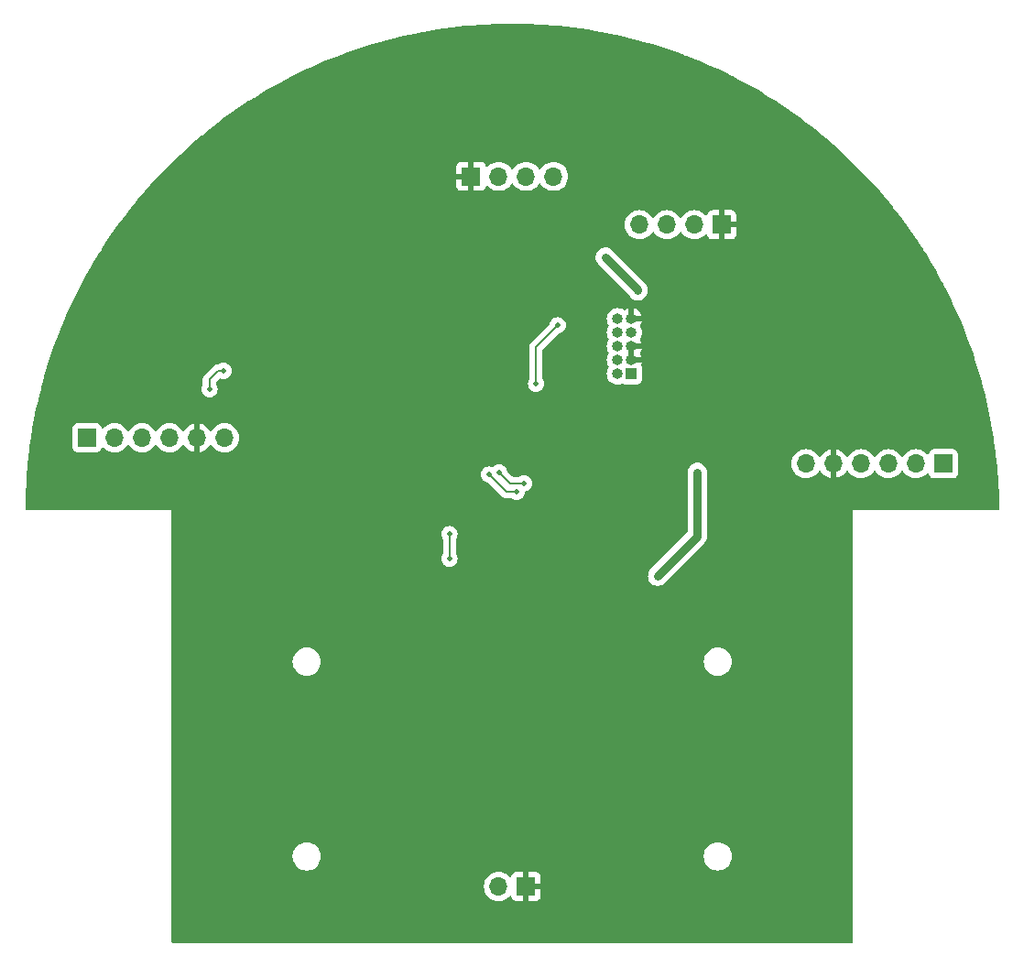
<source format=gbr>
%TF.GenerationSoftware,KiCad,Pcbnew,7.0.10*%
%TF.CreationDate,2024-01-31T17:30:21+01:00*%
%TF.ProjectId,minimouse,6d696e69-6d6f-4757-9365-2e6b69636164,rev?*%
%TF.SameCoordinates,Original*%
%TF.FileFunction,Copper,L2,Bot*%
%TF.FilePolarity,Positive*%
%FSLAX46Y46*%
G04 Gerber Fmt 4.6, Leading zero omitted, Abs format (unit mm)*
G04 Created by KiCad (PCBNEW 7.0.10) date 2024-01-31 17:30:21*
%MOMM*%
%LPD*%
G01*
G04 APERTURE LIST*
%TA.AperFunction,ComponentPad*%
%ADD10R,1.700000X1.700000*%
%TD*%
%TA.AperFunction,ComponentPad*%
%ADD11O,1.700000X1.700000*%
%TD*%
%TA.AperFunction,ComponentPad*%
%ADD12R,1.000000X1.000000*%
%TD*%
%TA.AperFunction,ComponentPad*%
%ADD13O,1.000000X1.000000*%
%TD*%
%TA.AperFunction,ViaPad*%
%ADD14C,0.500000*%
%TD*%
%TA.AperFunction,Conductor*%
%ADD15C,0.800000*%
%TD*%
%TA.AperFunction,Conductor*%
%ADD16C,0.200000*%
%TD*%
G04 APERTURE END LIST*
D10*
%TO.P,U4,1,GND*%
%TO.N,GND*%
X146190000Y-69125000D03*
D11*
%TO.P,U4,2,TRIG*%
%TO.N,/mcu/OUT_B9*%
X148730000Y-69125000D03*
%TO.P,U4,3,ECHO*%
%TO.N,Net-(U4-ECHO)*%
X151270000Y-69125000D03*
%TO.P,U4,4,VCC*%
%TO.N,+3.3V*%
X153810000Y-69125000D03*
%TD*%
D10*
%TO.P,J2,1,Pin_1*%
%TO.N,/motorA/MB*%
X189850000Y-95700000D03*
D11*
%TO.P,J2,2,Pin_2*%
%TO.N,+BATT*%
X187310000Y-95700000D03*
%TO.P,J2,3,Pin_3*%
%TO.N,Net-(J2-Pin_3)*%
X184770000Y-95700000D03*
%TO.P,J2,4,Pin_4*%
%TO.N,Net-(J2-Pin_4)*%
X182230000Y-95700000D03*
%TO.P,J2,5,Pin_5*%
%TO.N,GND*%
X179690000Y-95700000D03*
%TO.P,J2,6,Pin_6*%
%TO.N,/motorA/MA*%
X177150000Y-95700000D03*
%TD*%
D10*
%TO.P,J5,1,Pin_1*%
%TO.N,GND*%
X151270000Y-134775000D03*
D11*
%TO.P,J5,2,Pin_2*%
%TO.N,+BATT*%
X148730000Y-134775000D03*
%TD*%
D12*
%TO.P,J1,1,VTref*%
%TO.N,+3.3V*%
X161000000Y-87380000D03*
D13*
%TO.P,J1,2,SWDIO/TMS*%
%TO.N,/mcu/SWDIO*%
X159730000Y-87380000D03*
%TO.P,J1,3,GND*%
%TO.N,GND*%
X161000000Y-86110000D03*
%TO.P,J1,4,SWDCLK/TCK*%
%TO.N,/mcu/SWDCLK*%
X159730000Y-86110000D03*
%TO.P,J1,5,GND*%
%TO.N,GND*%
X161000000Y-84840000D03*
%TO.P,J1,6,SWO/TDO*%
%TO.N,/mcu/SWO*%
X159730000Y-84840000D03*
%TO.P,J1,7,KEY*%
%TO.N,unconnected-(J1-KEY-Pad7)*%
X161000000Y-83570000D03*
%TO.P,J1,8,NC/TDI*%
%TO.N,unconnected-(J1-NC{slash}TDI-Pad8)*%
X159730000Y-83570000D03*
%TO.P,J1,9,GNDDetect*%
%TO.N,GND*%
X161000000Y-82300000D03*
%TO.P,J1,10,~{RESET}*%
%TO.N,/mcu/~{RESET}*%
X159730000Y-82300000D03*
%TD*%
D10*
%TO.P,J3,1,Pin_1*%
%TO.N,/motorB/MB*%
X110700000Y-93300000D03*
D11*
%TO.P,J3,2,Pin_2*%
%TO.N,+BATT*%
X113240000Y-93300000D03*
%TO.P,J3,3,Pin_3*%
%TO.N,Net-(J3-Pin_3)*%
X115780000Y-93300000D03*
%TO.P,J3,4,Pin_4*%
%TO.N,Net-(J3-Pin_4)*%
X118320000Y-93300000D03*
%TO.P,J3,5,Pin_5*%
%TO.N,GND*%
X120860000Y-93300000D03*
%TO.P,J3,6,Pin_6*%
%TO.N,/motorB/MA*%
X123400000Y-93300000D03*
%TD*%
D10*
%TO.P,J4,1,Pin_1*%
%TO.N,GND*%
X169380000Y-73600000D03*
D11*
%TO.P,J4,2,Pin_2*%
%TO.N,+BATT*%
X166840000Y-73600000D03*
%TO.P,J4,3,Pin_3*%
%TO.N,Net-(J4-Pin_3)*%
X164300000Y-73600000D03*
%TO.P,J4,4,Pin_4*%
%TO.N,/external_uart/EXT_UART_RX*%
X161760000Y-73600000D03*
%TD*%
D14*
%TO.N,GND*%
X193400000Y-98500000D03*
X107300000Y-98400000D03*
X123700000Y-73600000D03*
X175500000Y-67700000D03*
X186300000Y-78500000D03*
X146900000Y-110500000D03*
X149600000Y-100700000D03*
X145200000Y-103000000D03*
%TO.N,/mcu/OUT_A4*%
X144200000Y-102200000D03*
X144200000Y-104500000D03*
%TO.N,+3.3V*%
X158600000Y-76600000D03*
%TO.N,GND*%
X152800000Y-82800000D03*
X155200000Y-77300000D03*
X160700000Y-76000000D03*
X144500000Y-75200000D03*
X180300000Y-85100000D03*
X183300000Y-93400000D03*
X171700000Y-95200000D03*
%TO.N,+BATT*%
X167100000Y-96500000D03*
X163450000Y-106100000D03*
%TO.N,/mcu/TIM2_CH1*%
X122000000Y-88800000D03*
X123300000Y-87100000D03*
%TO.N,GND*%
X179500000Y-104700000D03*
X148700000Y-112900000D03*
X159700000Y-101500000D03*
X162600000Y-98800000D03*
X176400000Y-99300000D03*
X150800000Y-87300000D03*
X151600000Y-90900000D03*
%TO.N,+3.3V*%
X161600000Y-79700000D03*
%TO.N,GND*%
X145000000Y-85300000D03*
X156800000Y-90200000D03*
X149500000Y-91300000D03*
X145209751Y-94060344D03*
X154900000Y-85400000D03*
X120700000Y-85300000D03*
X157400000Y-83400000D03*
X174900000Y-87112500D03*
X164400000Y-84200000D03*
X136300000Y-87800000D03*
X177500000Y-84800000D03*
X138600000Y-94800000D03*
X137800000Y-72800000D03*
X120400000Y-102600000D03*
X153600000Y-100100000D03*
X152100000Y-95800000D03*
X149800000Y-73400000D03*
X166900000Y-79500000D03*
X168400000Y-89900000D03*
X186300000Y-85400000D03*
X147400000Y-83600000D03*
X177300000Y-76800000D03*
X148800000Y-88000000D03*
X144000000Y-89100000D03*
%TO.N,/mcu/TIM3_CH1*%
X147850000Y-96700000D03*
X150400000Y-98300000D03*
%TO.N,/mcu/TIM3_CH2*%
X151100000Y-97500000D03*
X148772571Y-96472571D03*
%TO.N,/mcu/~{RESET}*%
X152200000Y-88300000D03*
X154200000Y-82900000D03*
%TD*%
D15*
%TO.N,+BATT*%
X167100000Y-102400000D02*
X167100000Y-96500000D01*
X163450000Y-106100000D02*
X163450000Y-106050000D01*
X163450000Y-106050000D02*
X167100000Y-102400000D01*
D16*
%TO.N,/mcu/TIM3_CH2*%
X149800000Y-97500000D02*
X151100000Y-97500000D01*
X148772571Y-96472571D02*
X149800000Y-97500000D01*
%TO.N,/mcu/TIM2_CH1*%
X122000000Y-87900000D02*
X122000000Y-88800000D01*
X122800000Y-87100000D02*
X122000000Y-87900000D01*
X123300000Y-87100000D02*
X122800000Y-87100000D01*
%TO.N,/mcu/TIM3_CH1*%
X150400000Y-98300000D02*
X149450000Y-98300000D01*
X149450000Y-98300000D02*
X147850000Y-96700000D01*
%TO.N,/mcu/OUT_A4*%
X144200000Y-102200000D02*
X144200000Y-104500000D01*
D15*
%TO.N,+3.3V*%
X161600000Y-79600000D02*
X158600000Y-76600000D01*
X161600000Y-79700000D02*
X161600000Y-79600000D01*
D16*
%TO.N,/mcu/~{RESET}*%
X152200000Y-84900000D02*
X154200000Y-82900000D01*
X152200000Y-88300000D02*
X152200000Y-84900000D01*
%TD*%
%TA.AperFunction,Conductor*%
%TO.N,GND*%
G36*
X150306953Y-55005048D02*
G01*
X151032439Y-55015800D01*
X151034176Y-55015839D01*
X151644166Y-55034096D01*
X151645967Y-55034163D01*
X152370781Y-55066406D01*
X152372579Y-55066500D01*
X152981848Y-55103002D01*
X152983360Y-55103103D01*
X153707123Y-55156828D01*
X153708997Y-55156982D01*
X154316751Y-55211681D01*
X154318355Y-55211837D01*
X155040292Y-55286995D01*
X155041912Y-55287176D01*
X155647927Y-55360052D01*
X155649151Y-55360208D01*
X156368836Y-55456765D01*
X156370725Y-55457034D01*
X156973954Y-55547956D01*
X156975088Y-55548135D01*
X157691876Y-55666022D01*
X157693723Y-55666342D01*
X158293625Y-55775208D01*
X158295027Y-55775472D01*
X159008028Y-55914553D01*
X159009930Y-55914941D01*
X159606013Y-56041642D01*
X159607447Y-56041956D01*
X160316267Y-56202162D01*
X160318181Y-56202611D01*
X160910007Y-56347039D01*
X160911185Y-56347335D01*
X161615427Y-56528598D01*
X161617323Y-56529104D01*
X162204033Y-56691026D01*
X162205485Y-56691436D01*
X162904208Y-56893536D01*
X162906153Y-56894117D01*
X163487528Y-57073447D01*
X163488686Y-57073812D01*
X164181663Y-57296706D01*
X164183503Y-57297316D01*
X164758969Y-57493861D01*
X164759938Y-57494199D01*
X165446438Y-57737682D01*
X165448493Y-57738432D01*
X165752469Y-57852516D01*
X166016952Y-57951779D01*
X166018276Y-57952284D01*
X166181727Y-58015768D01*
X166697696Y-58216173D01*
X166699652Y-58216954D01*
X167261219Y-58447106D01*
X167262195Y-58447513D01*
X167933994Y-58731631D01*
X167936027Y-58732513D01*
X168489899Y-58979113D01*
X168490893Y-58979562D01*
X169154526Y-59283714D01*
X169156530Y-59284656D01*
X169702200Y-59547436D01*
X169703124Y-59547888D01*
X170300390Y-59843345D01*
X170357993Y-59871840D01*
X170360132Y-59872923D01*
X170896969Y-60151532D01*
X170897931Y-60152039D01*
X171543503Y-60495568D01*
X171545612Y-60496716D01*
X172073266Y-60790921D01*
X172073997Y-60791333D01*
X172709941Y-61154320D01*
X172712071Y-61155564D01*
X173229753Y-61464864D01*
X173230718Y-61465447D01*
X173437511Y-61591749D01*
X173856292Y-61847526D01*
X173858415Y-61848852D01*
X174365646Y-62172884D01*
X174366631Y-62173519D01*
X174981462Y-62574524D01*
X174983573Y-62575932D01*
X175480155Y-62914496D01*
X175481091Y-62915141D01*
X176084530Y-63334718D01*
X176086627Y-63336209D01*
X176571850Y-63688744D01*
X176572739Y-63689396D01*
X177164450Y-64127390D01*
X177166516Y-64128953D01*
X177640191Y-64495239D01*
X177640803Y-64495717D01*
X178220362Y-64951908D01*
X178222310Y-64953474D01*
X178658787Y-65312366D01*
X178683695Y-65332846D01*
X178684490Y-65333505D01*
X179251206Y-65807449D01*
X179253241Y-65809189D01*
X179701870Y-66201144D01*
X179702619Y-66201803D01*
X180256146Y-66693312D01*
X180258106Y-66695092D01*
X180628151Y-67038443D01*
X180693751Y-67099311D01*
X180694453Y-67099968D01*
X181234250Y-67608680D01*
X181236229Y-67610586D01*
X181658385Y-68026473D01*
X181659043Y-68027127D01*
X182184707Y-68552791D01*
X182186652Y-68554780D01*
X182594921Y-68981795D01*
X182595396Y-68982296D01*
X182927643Y-69334844D01*
X183106649Y-69524788D01*
X183108558Y-69526860D01*
X183502353Y-69964213D01*
X183502925Y-69964852D01*
X183999300Y-70523859D01*
X184001169Y-70526014D01*
X184380161Y-70973132D01*
X184380688Y-70973758D01*
X184861778Y-71549018D01*
X184863545Y-71551182D01*
X185197611Y-71970088D01*
X185227572Y-72007658D01*
X185228061Y-72008276D01*
X185693317Y-72599352D01*
X185695098Y-72601669D01*
X186043613Y-73066571D01*
X186044062Y-73067175D01*
X186493267Y-73674033D01*
X186494998Y-73676430D01*
X186827641Y-74148980D01*
X186828052Y-74149568D01*
X187051823Y-74471396D01*
X187205276Y-74692093D01*
X187260885Y-74772069D01*
X187262549Y-74774526D01*
X187378379Y-74950000D01*
X187578922Y-75253810D01*
X187579297Y-75254380D01*
X187995477Y-75892478D01*
X187997099Y-75895034D01*
X188297080Y-76380473D01*
X188297419Y-76381025D01*
X188696353Y-77034197D01*
X188697917Y-77036830D01*
X188981163Y-77527427D01*
X188981468Y-77527958D01*
X189149852Y-77822962D01*
X189362977Y-78196353D01*
X189364449Y-78199008D01*
X189630721Y-78693827D01*
X189630993Y-78694335D01*
X189743752Y-78906236D01*
X189976783Y-79344156D01*
X189994677Y-79377782D01*
X189996114Y-79380566D01*
X190244973Y-79878146D01*
X190245214Y-79878632D01*
X190590951Y-80577541D01*
X190592319Y-80580398D01*
X190823467Y-81079340D01*
X190823680Y-81079801D01*
X191151243Y-81794513D01*
X191152539Y-81797441D01*
X191365943Y-82296725D01*
X191366128Y-82297160D01*
X191675069Y-83027655D01*
X191676291Y-83030653D01*
X191871533Y-83528120D01*
X191871692Y-83528527D01*
X192161934Y-84275793D01*
X192163079Y-84278859D01*
X192340090Y-84772843D01*
X192340225Y-84773222D01*
X192611449Y-85537937D01*
X192612513Y-85541069D01*
X192771085Y-86029102D01*
X192771198Y-86029452D01*
X193023174Y-86812848D01*
X193024155Y-86816043D01*
X193164084Y-87295005D01*
X193164176Y-87295324D01*
X193396776Y-88099496D01*
X193397670Y-88102753D01*
X193518746Y-88568522D01*
X193518821Y-88568810D01*
X193731919Y-89396737D01*
X193732724Y-89400053D01*
X193834821Y-89847364D01*
X193834879Y-89847621D01*
X194028285Y-90703339D01*
X194028998Y-90706711D01*
X194112051Y-91128361D01*
X194112095Y-91128585D01*
X194285619Y-92018165D01*
X194286238Y-92021592D01*
X194350109Y-92406214D01*
X194350140Y-92406403D01*
X194503705Y-93340117D01*
X194504227Y-93343596D01*
X194548765Y-93672391D01*
X194548786Y-93672547D01*
X194682342Y-94667999D01*
X194682764Y-94671527D01*
X194707908Y-94910760D01*
X194707902Y-94910790D01*
X194707920Y-94910880D01*
X194821363Y-96000571D01*
X194821683Y-96004144D01*
X194827430Y-96080827D01*
X194827433Y-96080916D01*
X194827437Y-96080916D01*
X194920334Y-97332391D01*
X194920551Y-97336059D01*
X194979656Y-98664676D01*
X194979765Y-98668349D01*
X194997628Y-99873662D01*
X194978939Y-99940986D01*
X194926819Y-99987519D01*
X194873642Y-99999500D01*
X181524760Y-99999500D01*
X181524554Y-99999459D01*
X181499998Y-99999459D01*
X181499807Y-99999538D01*
X181499619Y-99999615D01*
X181499615Y-99999618D01*
X181499459Y-99999999D01*
X181499476Y-100024616D01*
X181499471Y-100024616D01*
X181499500Y-100024759D01*
X181499500Y-139875500D01*
X181479815Y-139942539D01*
X181427011Y-139988294D01*
X181375500Y-139999500D01*
X118624500Y-139999500D01*
X118557461Y-139979815D01*
X118511706Y-139927011D01*
X118500500Y-139875500D01*
X118500500Y-134775000D01*
X147374341Y-134775000D01*
X147394936Y-135010403D01*
X147394938Y-135010413D01*
X147456094Y-135238655D01*
X147456096Y-135238659D01*
X147456097Y-135238663D01*
X147555965Y-135452830D01*
X147555967Y-135452834D01*
X147664281Y-135607521D01*
X147691505Y-135646401D01*
X147858599Y-135813495D01*
X147935135Y-135867086D01*
X148052165Y-135949032D01*
X148052167Y-135949033D01*
X148052170Y-135949035D01*
X148266337Y-136048903D01*
X148494592Y-136110063D01*
X148665319Y-136125000D01*
X148729999Y-136130659D01*
X148730000Y-136130659D01*
X148730001Y-136130659D01*
X148794681Y-136125000D01*
X148965408Y-136110063D01*
X149193663Y-136048903D01*
X149407830Y-135949035D01*
X149601401Y-135813495D01*
X149723717Y-135691178D01*
X149785036Y-135657696D01*
X149854728Y-135662680D01*
X149910662Y-135704551D01*
X149927577Y-135735528D01*
X149976646Y-135867088D01*
X149976649Y-135867093D01*
X150062809Y-135982187D01*
X150062812Y-135982190D01*
X150177906Y-136068350D01*
X150177913Y-136068354D01*
X150312620Y-136118596D01*
X150312627Y-136118598D01*
X150372155Y-136124999D01*
X150372172Y-136125000D01*
X151020000Y-136125000D01*
X151020000Y-135210501D01*
X151127685Y-135259680D01*
X151234237Y-135275000D01*
X151305763Y-135275000D01*
X151412315Y-135259680D01*
X151520000Y-135210501D01*
X151520000Y-136125000D01*
X152167828Y-136125000D01*
X152167844Y-136124999D01*
X152227372Y-136118598D01*
X152227379Y-136118596D01*
X152362086Y-136068354D01*
X152362093Y-136068350D01*
X152477187Y-135982190D01*
X152477190Y-135982187D01*
X152563350Y-135867093D01*
X152563354Y-135867086D01*
X152613596Y-135732379D01*
X152613598Y-135732372D01*
X152619999Y-135672844D01*
X152620000Y-135672827D01*
X152620000Y-135025000D01*
X151703686Y-135025000D01*
X151729493Y-134984844D01*
X151770000Y-134846889D01*
X151770000Y-134703111D01*
X151729493Y-134565156D01*
X151703686Y-134525000D01*
X152620000Y-134525000D01*
X152620000Y-133877172D01*
X152619999Y-133877155D01*
X152613598Y-133817627D01*
X152613596Y-133817620D01*
X152563354Y-133682913D01*
X152563350Y-133682906D01*
X152477190Y-133567812D01*
X152477187Y-133567809D01*
X152362093Y-133481649D01*
X152362086Y-133481645D01*
X152227379Y-133431403D01*
X152227372Y-133431401D01*
X152167844Y-133425000D01*
X151520000Y-133425000D01*
X151520000Y-134339498D01*
X151412315Y-134290320D01*
X151305763Y-134275000D01*
X151234237Y-134275000D01*
X151127685Y-134290320D01*
X151020000Y-134339498D01*
X151020000Y-133425000D01*
X150372155Y-133425000D01*
X150312627Y-133431401D01*
X150312620Y-133431403D01*
X150177913Y-133481645D01*
X150177906Y-133481649D01*
X150062812Y-133567809D01*
X150062809Y-133567812D01*
X149976649Y-133682906D01*
X149976645Y-133682913D01*
X149927578Y-133814470D01*
X149885707Y-133870404D01*
X149820242Y-133894821D01*
X149751969Y-133879969D01*
X149723715Y-133858819D01*
X149679366Y-133814470D01*
X149601401Y-133736505D01*
X149601397Y-133736502D01*
X149601396Y-133736501D01*
X149407834Y-133600967D01*
X149407830Y-133600965D01*
X149336727Y-133567809D01*
X149193663Y-133501097D01*
X149193659Y-133501096D01*
X149193655Y-133501094D01*
X148965413Y-133439938D01*
X148965403Y-133439936D01*
X148730001Y-133419341D01*
X148729999Y-133419341D01*
X148494596Y-133439936D01*
X148494586Y-133439938D01*
X148266344Y-133501094D01*
X148266335Y-133501098D01*
X148052171Y-133600964D01*
X148052169Y-133600965D01*
X147858597Y-133736505D01*
X147691505Y-133903597D01*
X147555965Y-134097169D01*
X147555964Y-134097171D01*
X147456098Y-134311335D01*
X147456094Y-134311344D01*
X147394938Y-134539586D01*
X147394936Y-134539596D01*
X147374341Y-134774999D01*
X147374341Y-134775000D01*
X118500500Y-134775000D01*
X118500500Y-132000001D01*
X129694532Y-132000001D01*
X129714364Y-132226686D01*
X129714366Y-132226697D01*
X129773258Y-132446488D01*
X129773261Y-132446497D01*
X129869431Y-132652732D01*
X129869432Y-132652734D01*
X129999954Y-132839141D01*
X130160858Y-133000045D01*
X130160861Y-133000047D01*
X130347266Y-133130568D01*
X130553504Y-133226739D01*
X130773308Y-133285635D01*
X130943214Y-133300499D01*
X130943215Y-133300500D01*
X130943216Y-133300500D01*
X131056785Y-133300500D01*
X131056785Y-133300499D01*
X131226692Y-133285635D01*
X131446496Y-133226739D01*
X131652734Y-133130568D01*
X131839139Y-133000047D01*
X132000047Y-132839139D01*
X132130568Y-132652734D01*
X132226739Y-132446496D01*
X132285635Y-132226692D01*
X132305468Y-132000001D01*
X167694532Y-132000001D01*
X167714364Y-132226686D01*
X167714366Y-132226697D01*
X167773258Y-132446488D01*
X167773261Y-132446497D01*
X167869431Y-132652732D01*
X167869432Y-132652734D01*
X167999954Y-132839141D01*
X168160858Y-133000045D01*
X168160861Y-133000047D01*
X168347266Y-133130568D01*
X168553504Y-133226739D01*
X168773308Y-133285635D01*
X168943214Y-133300499D01*
X168943215Y-133300500D01*
X168943216Y-133300500D01*
X169056785Y-133300500D01*
X169056785Y-133300499D01*
X169226692Y-133285635D01*
X169446496Y-133226739D01*
X169652734Y-133130568D01*
X169839139Y-133000047D01*
X170000047Y-132839139D01*
X170130568Y-132652734D01*
X170226739Y-132446496D01*
X170285635Y-132226692D01*
X170305468Y-132000000D01*
X170285635Y-131773308D01*
X170226739Y-131553504D01*
X170130568Y-131347266D01*
X170000047Y-131160861D01*
X170000045Y-131160858D01*
X169839141Y-130999954D01*
X169652734Y-130869432D01*
X169652732Y-130869431D01*
X169446497Y-130773261D01*
X169446488Y-130773258D01*
X169226697Y-130714366D01*
X169226687Y-130714364D01*
X169056785Y-130699500D01*
X169056784Y-130699500D01*
X168943216Y-130699500D01*
X168943215Y-130699500D01*
X168773312Y-130714364D01*
X168773302Y-130714366D01*
X168553511Y-130773258D01*
X168553502Y-130773261D01*
X168347267Y-130869431D01*
X168347265Y-130869432D01*
X168160858Y-130999954D01*
X167999954Y-131160858D01*
X167869432Y-131347265D01*
X167869431Y-131347267D01*
X167773261Y-131553502D01*
X167773258Y-131553511D01*
X167714366Y-131773302D01*
X167714364Y-131773313D01*
X167694532Y-131999998D01*
X167694532Y-132000001D01*
X132305468Y-132000001D01*
X132305468Y-132000000D01*
X132285635Y-131773308D01*
X132226739Y-131553504D01*
X132130568Y-131347266D01*
X132000047Y-131160861D01*
X132000045Y-131160858D01*
X131839141Y-130999954D01*
X131652734Y-130869432D01*
X131652732Y-130869431D01*
X131446497Y-130773261D01*
X131446488Y-130773258D01*
X131226697Y-130714366D01*
X131226687Y-130714364D01*
X131056785Y-130699500D01*
X131056784Y-130699500D01*
X130943216Y-130699500D01*
X130943215Y-130699500D01*
X130773312Y-130714364D01*
X130773302Y-130714366D01*
X130553511Y-130773258D01*
X130553502Y-130773261D01*
X130347267Y-130869431D01*
X130347265Y-130869432D01*
X130160858Y-130999954D01*
X129999954Y-131160858D01*
X129869432Y-131347265D01*
X129869431Y-131347267D01*
X129773261Y-131553502D01*
X129773258Y-131553511D01*
X129714366Y-131773302D01*
X129714364Y-131773313D01*
X129694532Y-131999998D01*
X129694532Y-132000001D01*
X118500500Y-132000001D01*
X118500500Y-114000001D01*
X129694532Y-114000001D01*
X129714364Y-114226686D01*
X129714366Y-114226697D01*
X129773258Y-114446488D01*
X129773261Y-114446497D01*
X129869431Y-114652732D01*
X129869432Y-114652734D01*
X129999954Y-114839141D01*
X130160858Y-115000045D01*
X130160861Y-115000047D01*
X130347266Y-115130568D01*
X130553504Y-115226739D01*
X130773308Y-115285635D01*
X130943214Y-115300499D01*
X130943215Y-115300500D01*
X130943216Y-115300500D01*
X131056785Y-115300500D01*
X131056785Y-115300499D01*
X131226692Y-115285635D01*
X131446496Y-115226739D01*
X131652734Y-115130568D01*
X131839139Y-115000047D01*
X132000047Y-114839139D01*
X132130568Y-114652734D01*
X132226739Y-114446496D01*
X132285635Y-114226692D01*
X132305468Y-114000001D01*
X167694532Y-114000001D01*
X167714364Y-114226686D01*
X167714366Y-114226697D01*
X167773258Y-114446488D01*
X167773261Y-114446497D01*
X167869431Y-114652732D01*
X167869432Y-114652734D01*
X167999954Y-114839141D01*
X168160858Y-115000045D01*
X168160861Y-115000047D01*
X168347266Y-115130568D01*
X168553504Y-115226739D01*
X168773308Y-115285635D01*
X168943214Y-115300499D01*
X168943215Y-115300500D01*
X168943216Y-115300500D01*
X169056785Y-115300500D01*
X169056785Y-115300499D01*
X169226692Y-115285635D01*
X169446496Y-115226739D01*
X169652734Y-115130568D01*
X169839139Y-115000047D01*
X170000047Y-114839139D01*
X170130568Y-114652734D01*
X170226739Y-114446496D01*
X170285635Y-114226692D01*
X170305468Y-114000000D01*
X170285635Y-113773308D01*
X170226739Y-113553504D01*
X170130568Y-113347266D01*
X170000047Y-113160861D01*
X170000045Y-113160858D01*
X169839141Y-112999954D01*
X169652734Y-112869432D01*
X169652732Y-112869431D01*
X169446497Y-112773261D01*
X169446488Y-112773258D01*
X169226697Y-112714366D01*
X169226687Y-112714364D01*
X169056785Y-112699500D01*
X169056784Y-112699500D01*
X168943216Y-112699500D01*
X168943215Y-112699500D01*
X168773312Y-112714364D01*
X168773302Y-112714366D01*
X168553511Y-112773258D01*
X168553502Y-112773261D01*
X168347267Y-112869431D01*
X168347265Y-112869432D01*
X168160858Y-112999954D01*
X167999954Y-113160858D01*
X167869432Y-113347265D01*
X167869431Y-113347267D01*
X167773261Y-113553502D01*
X167773258Y-113553511D01*
X167714366Y-113773302D01*
X167714364Y-113773313D01*
X167694532Y-113999998D01*
X167694532Y-114000001D01*
X132305468Y-114000001D01*
X132305468Y-114000000D01*
X132285635Y-113773308D01*
X132226739Y-113553504D01*
X132130568Y-113347266D01*
X132000047Y-113160861D01*
X132000045Y-113160858D01*
X131839141Y-112999954D01*
X131652734Y-112869432D01*
X131652732Y-112869431D01*
X131446497Y-112773261D01*
X131446488Y-112773258D01*
X131226697Y-112714366D01*
X131226687Y-112714364D01*
X131056785Y-112699500D01*
X131056784Y-112699500D01*
X130943216Y-112699500D01*
X130943215Y-112699500D01*
X130773312Y-112714364D01*
X130773302Y-112714366D01*
X130553511Y-112773258D01*
X130553502Y-112773261D01*
X130347267Y-112869431D01*
X130347265Y-112869432D01*
X130160858Y-112999954D01*
X129999954Y-113160858D01*
X129869432Y-113347265D01*
X129869431Y-113347267D01*
X129773261Y-113553502D01*
X129773258Y-113553511D01*
X129714366Y-113773302D01*
X129714364Y-113773313D01*
X129694532Y-113999998D01*
X129694532Y-114000001D01*
X118500500Y-114000001D01*
X118500500Y-106097387D01*
X162545781Y-106097387D01*
X162547973Y-106111225D01*
X162549500Y-106130626D01*
X162549500Y-106147192D01*
X162564326Y-106288256D01*
X162564327Y-106288259D01*
X162622818Y-106468277D01*
X162622821Y-106468284D01*
X162717467Y-106632216D01*
X162844129Y-106772888D01*
X162997265Y-106884148D01*
X162997270Y-106884151D01*
X163170192Y-106961142D01*
X163170197Y-106961144D01*
X163355354Y-107000500D01*
X163355355Y-107000500D01*
X163544644Y-107000500D01*
X163544646Y-107000500D01*
X163729803Y-106961144D01*
X163902730Y-106884151D01*
X164055871Y-106772888D01*
X164182533Y-106632216D01*
X164230721Y-106548749D01*
X164250422Y-106523075D01*
X167679742Y-103093756D01*
X167694525Y-103081130D01*
X167705871Y-103072888D01*
X167751257Y-103022480D01*
X167755711Y-103017788D01*
X167770116Y-103003384D01*
X167770116Y-103003383D01*
X167770120Y-103003380D01*
X167782956Y-102987526D01*
X167787133Y-102982635D01*
X167832533Y-102932216D01*
X167839541Y-102920076D01*
X167850559Y-102904045D01*
X167859384Y-102893149D01*
X167890195Y-102832675D01*
X167893246Y-102827056D01*
X167927179Y-102768284D01*
X167931510Y-102754951D01*
X167938955Y-102736976D01*
X167945320Y-102724487D01*
X167962874Y-102658973D01*
X167964715Y-102652759D01*
X167985674Y-102588255D01*
X167987139Y-102574317D01*
X167990687Y-102555175D01*
X167994313Y-102541645D01*
X167995044Y-102527690D01*
X167997863Y-102473880D01*
X167998366Y-102467484D01*
X168000500Y-102447192D01*
X168000500Y-102426837D01*
X168000670Y-102420347D01*
X168003410Y-102368057D01*
X168004220Y-102352611D01*
X168002027Y-102338765D01*
X168000500Y-102319366D01*
X168000500Y-96452811D01*
X168000500Y-96452808D01*
X167985674Y-96311744D01*
X167927179Y-96131716D01*
X167832533Y-95967784D01*
X167705871Y-95827112D01*
X167657706Y-95792118D01*
X167552734Y-95715851D01*
X167552729Y-95715848D01*
X167517134Y-95700000D01*
X175794341Y-95700000D01*
X175814936Y-95935403D01*
X175814938Y-95935413D01*
X175876094Y-96163655D01*
X175876096Y-96163659D01*
X175876097Y-96163663D01*
X175955801Y-96334588D01*
X175975965Y-96377830D01*
X175975967Y-96377834D01*
X176028465Y-96452808D01*
X176111505Y-96571401D01*
X176278599Y-96738495D01*
X176375384Y-96806265D01*
X176472165Y-96874032D01*
X176472167Y-96874033D01*
X176472170Y-96874035D01*
X176686337Y-96973903D01*
X176914592Y-97035063D01*
X177091034Y-97050500D01*
X177149999Y-97055659D01*
X177150000Y-97055659D01*
X177150001Y-97055659D01*
X177208966Y-97050500D01*
X177385408Y-97035063D01*
X177613663Y-96973903D01*
X177827830Y-96874035D01*
X178021401Y-96738495D01*
X178188495Y-96571401D01*
X178318730Y-96385405D01*
X178373307Y-96341781D01*
X178442805Y-96334587D01*
X178505160Y-96366110D01*
X178521879Y-96385405D01*
X178651890Y-96571078D01*
X178818917Y-96738105D01*
X179012421Y-96873600D01*
X179226507Y-96973429D01*
X179226516Y-96973433D01*
X179440000Y-97030634D01*
X179440000Y-96135501D01*
X179547685Y-96184680D01*
X179654237Y-96200000D01*
X179725763Y-96200000D01*
X179832315Y-96184680D01*
X179940000Y-96135501D01*
X179940000Y-97030633D01*
X180153483Y-96973433D01*
X180153492Y-96973429D01*
X180367578Y-96873600D01*
X180561082Y-96738105D01*
X180728105Y-96571082D01*
X180858119Y-96385405D01*
X180912696Y-96341781D01*
X180982195Y-96334588D01*
X181044549Y-96366110D01*
X181061269Y-96385405D01*
X181191505Y-96571401D01*
X181358599Y-96738495D01*
X181455384Y-96806265D01*
X181552165Y-96874032D01*
X181552167Y-96874033D01*
X181552170Y-96874035D01*
X181766337Y-96973903D01*
X181994592Y-97035063D01*
X182171034Y-97050500D01*
X182229999Y-97055659D01*
X182230000Y-97055659D01*
X182230001Y-97055659D01*
X182288966Y-97050500D01*
X182465408Y-97035063D01*
X182693663Y-96973903D01*
X182907830Y-96874035D01*
X183101401Y-96738495D01*
X183268495Y-96571401D01*
X183398425Y-96385842D01*
X183453002Y-96342217D01*
X183522500Y-96335023D01*
X183584855Y-96366546D01*
X183601575Y-96385842D01*
X183731500Y-96571395D01*
X183731505Y-96571401D01*
X183898599Y-96738495D01*
X183995384Y-96806265D01*
X184092165Y-96874032D01*
X184092167Y-96874033D01*
X184092170Y-96874035D01*
X184306337Y-96973903D01*
X184534592Y-97035063D01*
X184711034Y-97050500D01*
X184769999Y-97055659D01*
X184770000Y-97055659D01*
X184770001Y-97055659D01*
X184828966Y-97050500D01*
X185005408Y-97035063D01*
X185233663Y-96973903D01*
X185447830Y-96874035D01*
X185641401Y-96738495D01*
X185808495Y-96571401D01*
X185938425Y-96385842D01*
X185993002Y-96342217D01*
X186062500Y-96335023D01*
X186124855Y-96366546D01*
X186141575Y-96385842D01*
X186271500Y-96571395D01*
X186271505Y-96571401D01*
X186438599Y-96738495D01*
X186535384Y-96806265D01*
X186632165Y-96874032D01*
X186632167Y-96874033D01*
X186632170Y-96874035D01*
X186846337Y-96973903D01*
X187074592Y-97035063D01*
X187251034Y-97050500D01*
X187309999Y-97055659D01*
X187310000Y-97055659D01*
X187310001Y-97055659D01*
X187368966Y-97050500D01*
X187545408Y-97035063D01*
X187773663Y-96973903D01*
X187987830Y-96874035D01*
X188181401Y-96738495D01*
X188303329Y-96616566D01*
X188364648Y-96583084D01*
X188434340Y-96588068D01*
X188490274Y-96629939D01*
X188507189Y-96660917D01*
X188556202Y-96792328D01*
X188556206Y-96792335D01*
X188642452Y-96907544D01*
X188642455Y-96907547D01*
X188757664Y-96993793D01*
X188757671Y-96993797D01*
X188892517Y-97044091D01*
X188892516Y-97044091D01*
X188899444Y-97044835D01*
X188952127Y-97050500D01*
X190747872Y-97050499D01*
X190807483Y-97044091D01*
X190942331Y-96993796D01*
X191057546Y-96907546D01*
X191143796Y-96792331D01*
X191194091Y-96657483D01*
X191200500Y-96597873D01*
X191200499Y-94802128D01*
X191194091Y-94742517D01*
X191192810Y-94739083D01*
X191143797Y-94607671D01*
X191143793Y-94607664D01*
X191057547Y-94492455D01*
X191057544Y-94492452D01*
X190942335Y-94406206D01*
X190942328Y-94406202D01*
X190807482Y-94355908D01*
X190807483Y-94355908D01*
X190747883Y-94349501D01*
X190747881Y-94349500D01*
X190747873Y-94349500D01*
X190747864Y-94349500D01*
X188952129Y-94349500D01*
X188952123Y-94349501D01*
X188892516Y-94355908D01*
X188757671Y-94406202D01*
X188757664Y-94406206D01*
X188642455Y-94492452D01*
X188642452Y-94492455D01*
X188556206Y-94607664D01*
X188556203Y-94607669D01*
X188507189Y-94739083D01*
X188465317Y-94795016D01*
X188399853Y-94819433D01*
X188331580Y-94804581D01*
X188303326Y-94783430D01*
X188181402Y-94661506D01*
X188181395Y-94661501D01*
X187987834Y-94525967D01*
X187987830Y-94525965D01*
X187987828Y-94525964D01*
X187773663Y-94426097D01*
X187773659Y-94426096D01*
X187773655Y-94426094D01*
X187545413Y-94364938D01*
X187545403Y-94364936D01*
X187310001Y-94344341D01*
X187309999Y-94344341D01*
X187074596Y-94364936D01*
X187074586Y-94364938D01*
X186846344Y-94426094D01*
X186846335Y-94426098D01*
X186632171Y-94525964D01*
X186632169Y-94525965D01*
X186438597Y-94661505D01*
X186271505Y-94828597D01*
X186141575Y-95014158D01*
X186086998Y-95057783D01*
X186017500Y-95064977D01*
X185955145Y-95033454D01*
X185938425Y-95014158D01*
X185808494Y-94828597D01*
X185641402Y-94661506D01*
X185641395Y-94661501D01*
X185447834Y-94525967D01*
X185447830Y-94525965D01*
X185447828Y-94525964D01*
X185233663Y-94426097D01*
X185233659Y-94426096D01*
X185233655Y-94426094D01*
X185005413Y-94364938D01*
X185005403Y-94364936D01*
X184770001Y-94344341D01*
X184769999Y-94344341D01*
X184534596Y-94364936D01*
X184534586Y-94364938D01*
X184306344Y-94426094D01*
X184306335Y-94426098D01*
X184092171Y-94525964D01*
X184092169Y-94525965D01*
X183898597Y-94661505D01*
X183731505Y-94828597D01*
X183601575Y-95014158D01*
X183546998Y-95057783D01*
X183477500Y-95064977D01*
X183415145Y-95033454D01*
X183398425Y-95014158D01*
X183268494Y-94828597D01*
X183101402Y-94661506D01*
X183101395Y-94661501D01*
X182907834Y-94525967D01*
X182907830Y-94525965D01*
X182907828Y-94525964D01*
X182693663Y-94426097D01*
X182693659Y-94426096D01*
X182693655Y-94426094D01*
X182465413Y-94364938D01*
X182465403Y-94364936D01*
X182230001Y-94344341D01*
X182229999Y-94344341D01*
X181994596Y-94364936D01*
X181994586Y-94364938D01*
X181766344Y-94426094D01*
X181766335Y-94426098D01*
X181552171Y-94525964D01*
X181552169Y-94525965D01*
X181358597Y-94661505D01*
X181191508Y-94828594D01*
X181061269Y-95014595D01*
X181006692Y-95058219D01*
X180937193Y-95065412D01*
X180874839Y-95033890D01*
X180858119Y-95014594D01*
X180728113Y-94828926D01*
X180728108Y-94828920D01*
X180561082Y-94661894D01*
X180367578Y-94526399D01*
X180153492Y-94426570D01*
X180153486Y-94426567D01*
X179940000Y-94369364D01*
X179940000Y-95264498D01*
X179832315Y-95215320D01*
X179725763Y-95200000D01*
X179654237Y-95200000D01*
X179547685Y-95215320D01*
X179440000Y-95264498D01*
X179440000Y-94369364D01*
X179439999Y-94369364D01*
X179226513Y-94426567D01*
X179226507Y-94426570D01*
X179012422Y-94526399D01*
X179012420Y-94526400D01*
X178818926Y-94661886D01*
X178818920Y-94661891D01*
X178651891Y-94828920D01*
X178651890Y-94828922D01*
X178521880Y-95014595D01*
X178467303Y-95058219D01*
X178397804Y-95065412D01*
X178335450Y-95033890D01*
X178318730Y-95014594D01*
X178188494Y-94828597D01*
X178021402Y-94661506D01*
X178021395Y-94661501D01*
X177827834Y-94525967D01*
X177827830Y-94525965D01*
X177827828Y-94525964D01*
X177613663Y-94426097D01*
X177613659Y-94426096D01*
X177613655Y-94426094D01*
X177385413Y-94364938D01*
X177385403Y-94364936D01*
X177150001Y-94344341D01*
X177149999Y-94344341D01*
X176914596Y-94364936D01*
X176914586Y-94364938D01*
X176686344Y-94426094D01*
X176686335Y-94426098D01*
X176472171Y-94525964D01*
X176472169Y-94525965D01*
X176278597Y-94661505D01*
X176111505Y-94828597D01*
X175975965Y-95022169D01*
X175975964Y-95022171D01*
X175876098Y-95236335D01*
X175876094Y-95236344D01*
X175814938Y-95464586D01*
X175814936Y-95464596D01*
X175794341Y-95699999D01*
X175794341Y-95700000D01*
X167517134Y-95700000D01*
X167379807Y-95638857D01*
X167379802Y-95638855D01*
X167234001Y-95607865D01*
X167194646Y-95599500D01*
X167005354Y-95599500D01*
X166972897Y-95606398D01*
X166820197Y-95638855D01*
X166820192Y-95638857D01*
X166647270Y-95715848D01*
X166647265Y-95715851D01*
X166494129Y-95827111D01*
X166367466Y-95967785D01*
X166272821Y-96131715D01*
X166272818Y-96131722D01*
X166216676Y-96304511D01*
X166214326Y-96311744D01*
X166205331Y-96397331D01*
X166199500Y-96452811D01*
X166199500Y-101975638D01*
X166179815Y-102042677D01*
X166163181Y-102063319D01*
X162870263Y-105356236D01*
X162855474Y-105368869D01*
X162844126Y-105377114D01*
X162798751Y-105427508D01*
X162794288Y-105432211D01*
X162779891Y-105446609D01*
X162779875Y-105446627D01*
X162767058Y-105462452D01*
X162762852Y-105467376D01*
X162717469Y-105517781D01*
X162717466Y-105517785D01*
X162710458Y-105529923D01*
X162699444Y-105545948D01*
X162690626Y-105556837D01*
X162690616Y-105556853D01*
X162659819Y-105617294D01*
X162656722Y-105622997D01*
X162622821Y-105681713D01*
X162618487Y-105695053D01*
X162611045Y-105713020D01*
X162604680Y-105725512D01*
X162587126Y-105791018D01*
X162585284Y-105797234D01*
X162564326Y-105861742D01*
X162564325Y-105861745D01*
X162562860Y-105875686D01*
X162559315Y-105894812D01*
X162555686Y-105908352D01*
X162552136Y-105976091D01*
X162551628Y-105982552D01*
X162549743Y-106000500D01*
X162549500Y-106002811D01*
X162549500Y-106023174D01*
X162549330Y-106029663D01*
X162545781Y-106097387D01*
X118500500Y-106097387D01*
X118500500Y-104500002D01*
X143444751Y-104500002D01*
X143463685Y-104668056D01*
X143519545Y-104827694D01*
X143519547Y-104827697D01*
X143609518Y-104970884D01*
X143609523Y-104970890D01*
X143729109Y-105090476D01*
X143729115Y-105090481D01*
X143872302Y-105180452D01*
X143872305Y-105180454D01*
X143872309Y-105180455D01*
X143872310Y-105180456D01*
X143944913Y-105205860D01*
X144031943Y-105236314D01*
X144199997Y-105255249D01*
X144200000Y-105255249D01*
X144200003Y-105255249D01*
X144368056Y-105236314D01*
X144368059Y-105236313D01*
X144527690Y-105180456D01*
X144527692Y-105180454D01*
X144527694Y-105180454D01*
X144527697Y-105180452D01*
X144670884Y-105090481D01*
X144670885Y-105090480D01*
X144670890Y-105090477D01*
X144790477Y-104970890D01*
X144880452Y-104827697D01*
X144880454Y-104827694D01*
X144880454Y-104827692D01*
X144880456Y-104827690D01*
X144936313Y-104668059D01*
X144936313Y-104668058D01*
X144936314Y-104668056D01*
X144955249Y-104500002D01*
X144955249Y-104499997D01*
X144936314Y-104331943D01*
X144922904Y-104293621D01*
X144880456Y-104172310D01*
X144869307Y-104154566D01*
X144819506Y-104075308D01*
X144800500Y-104009336D01*
X144800500Y-102690662D01*
X144819507Y-102624689D01*
X144851158Y-102574317D01*
X144880456Y-102527690D01*
X144936313Y-102368059D01*
X144955249Y-102200000D01*
X144937523Y-102042677D01*
X144936314Y-102031943D01*
X144880454Y-101872305D01*
X144880452Y-101872302D01*
X144790481Y-101729115D01*
X144790476Y-101729109D01*
X144670890Y-101609523D01*
X144670884Y-101609518D01*
X144527697Y-101519547D01*
X144527694Y-101519545D01*
X144368056Y-101463685D01*
X144200003Y-101444751D01*
X144199997Y-101444751D01*
X144031943Y-101463685D01*
X143872305Y-101519545D01*
X143872302Y-101519547D01*
X143729115Y-101609518D01*
X143729109Y-101609523D01*
X143609523Y-101729109D01*
X143609518Y-101729115D01*
X143519547Y-101872302D01*
X143519545Y-101872305D01*
X143463685Y-102031943D01*
X143444751Y-102199997D01*
X143444751Y-102200002D01*
X143463686Y-102368057D01*
X143519544Y-102527690D01*
X143580493Y-102624689D01*
X143599500Y-102690662D01*
X143599500Y-104009336D01*
X143580494Y-104075308D01*
X143519545Y-104172307D01*
X143463685Y-104331943D01*
X143444751Y-104499997D01*
X143444751Y-104500002D01*
X118500500Y-104500002D01*
X118500500Y-100024759D01*
X118500528Y-100024616D01*
X118500524Y-100024616D01*
X118500539Y-100000002D01*
X118500541Y-100000000D01*
X118500462Y-99999808D01*
X118500384Y-99999618D01*
X118500380Y-99999614D01*
X118500194Y-99999538D01*
X118500002Y-99999459D01*
X118475446Y-99999459D01*
X118475240Y-99999500D01*
X105126358Y-99999500D01*
X105059319Y-99979815D01*
X105013564Y-99927011D01*
X105002372Y-99873663D01*
X105010383Y-99333096D01*
X105020235Y-98668295D01*
X105020341Y-98664730D01*
X105079449Y-97336035D01*
X105079665Y-97332391D01*
X105126608Y-96700002D01*
X147094751Y-96700002D01*
X147113685Y-96868056D01*
X147169545Y-97027694D01*
X147169547Y-97027697D01*
X147259518Y-97170884D01*
X147259523Y-97170890D01*
X147379109Y-97290476D01*
X147379115Y-97290481D01*
X147522302Y-97380452D01*
X147522308Y-97380455D01*
X147522310Y-97380456D01*
X147681941Y-97436313D01*
X147700961Y-97438455D01*
X147765373Y-97465520D01*
X147774760Y-97473995D01*
X148991799Y-98691034D01*
X149002493Y-98703228D01*
X149021715Y-98728279D01*
X149021716Y-98728280D01*
X149021718Y-98728282D01*
X149077246Y-98770890D01*
X149147159Y-98824536D01*
X149293238Y-98885044D01*
X149371619Y-98895363D01*
X149449999Y-98905682D01*
X149450000Y-98905682D01*
X149481302Y-98901560D01*
X149497487Y-98900500D01*
X149909337Y-98900500D01*
X149975308Y-98919505D01*
X150072310Y-98980456D01*
X150193621Y-99022904D01*
X150231943Y-99036314D01*
X150399997Y-99055249D01*
X150400000Y-99055249D01*
X150400003Y-99055249D01*
X150568056Y-99036314D01*
X150568059Y-99036313D01*
X150727690Y-98980456D01*
X150727692Y-98980454D01*
X150727694Y-98980454D01*
X150727697Y-98980452D01*
X150870884Y-98890481D01*
X150870885Y-98890480D01*
X150870890Y-98890477D01*
X150990477Y-98770890D01*
X151017250Y-98728282D01*
X151080452Y-98627697D01*
X151080454Y-98627694D01*
X151080454Y-98627692D01*
X151080456Y-98627690D01*
X151136313Y-98468059D01*
X151136313Y-98468057D01*
X151136314Y-98468055D01*
X151149995Y-98346633D01*
X151177061Y-98282219D01*
X151234656Y-98242663D01*
X151259334Y-98237295D01*
X151268059Y-98236313D01*
X151427690Y-98180456D01*
X151427693Y-98180453D01*
X151427697Y-98180452D01*
X151570884Y-98090481D01*
X151570885Y-98090480D01*
X151570890Y-98090477D01*
X151690477Y-97970890D01*
X151780452Y-97827697D01*
X151780454Y-97827694D01*
X151780454Y-97827692D01*
X151780456Y-97827690D01*
X151836313Y-97668059D01*
X151836313Y-97668058D01*
X151836314Y-97668056D01*
X151855249Y-97500002D01*
X151855249Y-97499997D01*
X151836314Y-97331943D01*
X151780454Y-97172305D01*
X151780452Y-97172302D01*
X151690481Y-97029115D01*
X151690476Y-97029109D01*
X151570890Y-96909523D01*
X151570884Y-96909518D01*
X151427697Y-96819547D01*
X151427694Y-96819545D01*
X151268056Y-96763685D01*
X151100003Y-96744751D01*
X151099997Y-96744751D01*
X150931943Y-96763685D01*
X150772307Y-96819545D01*
X150702862Y-96863181D01*
X150676390Y-96879815D01*
X150675309Y-96880494D01*
X150609337Y-96899500D01*
X150100097Y-96899500D01*
X150033058Y-96879815D01*
X150012416Y-96863181D01*
X149546566Y-96397331D01*
X149513081Y-96336008D01*
X149511028Y-96323544D01*
X149508884Y-96304512D01*
X149453027Y-96144881D01*
X149453026Y-96144879D01*
X149453023Y-96144873D01*
X149363052Y-96001686D01*
X149363047Y-96001680D01*
X149243461Y-95882094D01*
X149243455Y-95882089D01*
X149100268Y-95792118D01*
X149100265Y-95792116D01*
X148940627Y-95736256D01*
X148772574Y-95717322D01*
X148772568Y-95717322D01*
X148604514Y-95736256D01*
X148444876Y-95792116D01*
X148444873Y-95792118D01*
X148301686Y-95882089D01*
X148301679Y-95882095D01*
X148222812Y-95960961D01*
X148161489Y-95994446D01*
X148094179Y-95990321D01*
X148018058Y-95963686D01*
X147850003Y-95944751D01*
X147849997Y-95944751D01*
X147681943Y-95963685D01*
X147522305Y-96019545D01*
X147522302Y-96019547D01*
X147379115Y-96109518D01*
X147379109Y-96109523D01*
X147259523Y-96229109D01*
X147259518Y-96229115D01*
X147169547Y-96372302D01*
X147169545Y-96372305D01*
X147113685Y-96531943D01*
X147094751Y-96699997D01*
X147094751Y-96700002D01*
X105126608Y-96700002D01*
X105172563Y-96080916D01*
X105172574Y-96080916D01*
X105172568Y-96080838D01*
X105172623Y-96080088D01*
X105178319Y-96004089D01*
X105178629Y-96000628D01*
X105292078Y-94910878D01*
X105292125Y-94910763D01*
X105292091Y-94910760D01*
X105300692Y-94828926D01*
X105317245Y-94671432D01*
X105317644Y-94668095D01*
X105380732Y-94197870D01*
X109349500Y-94197870D01*
X109349501Y-94197876D01*
X109355908Y-94257483D01*
X109406202Y-94392328D01*
X109406206Y-94392335D01*
X109492452Y-94507544D01*
X109492455Y-94507547D01*
X109607664Y-94593793D01*
X109607671Y-94593797D01*
X109742517Y-94644091D01*
X109742516Y-94644091D01*
X109749444Y-94644835D01*
X109802127Y-94650500D01*
X111597872Y-94650499D01*
X111657483Y-94644091D01*
X111792331Y-94593796D01*
X111907546Y-94507546D01*
X111993796Y-94392331D01*
X112042810Y-94260916D01*
X112084681Y-94204984D01*
X112150145Y-94180566D01*
X112218418Y-94195417D01*
X112246673Y-94216569D01*
X112368599Y-94338495D01*
X112465295Y-94406202D01*
X112562165Y-94474032D01*
X112562167Y-94474033D01*
X112562170Y-94474035D01*
X112776337Y-94573903D01*
X113004592Y-94635063D01*
X113181034Y-94650500D01*
X113239999Y-94655659D01*
X113240000Y-94655659D01*
X113240001Y-94655659D01*
X113298966Y-94650500D01*
X113475408Y-94635063D01*
X113703663Y-94573903D01*
X113917830Y-94474035D01*
X114111401Y-94338495D01*
X114278495Y-94171401D01*
X114408425Y-93985842D01*
X114463002Y-93942217D01*
X114532500Y-93935023D01*
X114594855Y-93966546D01*
X114611575Y-93985842D01*
X114741500Y-94171395D01*
X114741505Y-94171401D01*
X114908599Y-94338495D01*
X115005295Y-94406202D01*
X115102165Y-94474032D01*
X115102167Y-94474033D01*
X115102170Y-94474035D01*
X115316337Y-94573903D01*
X115544592Y-94635063D01*
X115721034Y-94650500D01*
X115779999Y-94655659D01*
X115780000Y-94655659D01*
X115780001Y-94655659D01*
X115838966Y-94650500D01*
X116015408Y-94635063D01*
X116243663Y-94573903D01*
X116457830Y-94474035D01*
X116651401Y-94338495D01*
X116818495Y-94171401D01*
X116948425Y-93985842D01*
X117003002Y-93942217D01*
X117072500Y-93935023D01*
X117134855Y-93966546D01*
X117151575Y-93985842D01*
X117281500Y-94171395D01*
X117281505Y-94171401D01*
X117448599Y-94338495D01*
X117545295Y-94406202D01*
X117642165Y-94474032D01*
X117642167Y-94474033D01*
X117642170Y-94474035D01*
X117856337Y-94573903D01*
X118084592Y-94635063D01*
X118261034Y-94650500D01*
X118319999Y-94655659D01*
X118320000Y-94655659D01*
X118320001Y-94655659D01*
X118378966Y-94650500D01*
X118555408Y-94635063D01*
X118783663Y-94573903D01*
X118997830Y-94474035D01*
X119191401Y-94338495D01*
X119358495Y-94171401D01*
X119488730Y-93985405D01*
X119543307Y-93941781D01*
X119612805Y-93934587D01*
X119675160Y-93966110D01*
X119691879Y-93985405D01*
X119821890Y-94171078D01*
X119988917Y-94338105D01*
X120182421Y-94473600D01*
X120396507Y-94573429D01*
X120396516Y-94573433D01*
X120610000Y-94630634D01*
X120610000Y-93735501D01*
X120717685Y-93784680D01*
X120824237Y-93800000D01*
X120895763Y-93800000D01*
X121002315Y-93784680D01*
X121110000Y-93735501D01*
X121110000Y-94630633D01*
X121323483Y-94573433D01*
X121323492Y-94573429D01*
X121537578Y-94473600D01*
X121731082Y-94338105D01*
X121898105Y-94171082D01*
X122028119Y-93985405D01*
X122082696Y-93941781D01*
X122152195Y-93934588D01*
X122214549Y-93966110D01*
X122231269Y-93985405D01*
X122361505Y-94171401D01*
X122528599Y-94338495D01*
X122625295Y-94406202D01*
X122722165Y-94474032D01*
X122722167Y-94474033D01*
X122722170Y-94474035D01*
X122936337Y-94573903D01*
X123164592Y-94635063D01*
X123341034Y-94650500D01*
X123399999Y-94655659D01*
X123400000Y-94655659D01*
X123400001Y-94655659D01*
X123458966Y-94650500D01*
X123635408Y-94635063D01*
X123863663Y-94573903D01*
X124077830Y-94474035D01*
X124271401Y-94338495D01*
X124438495Y-94171401D01*
X124574035Y-93977830D01*
X124673903Y-93763663D01*
X124735063Y-93535408D01*
X124755659Y-93300000D01*
X124735063Y-93064592D01*
X124673903Y-92836337D01*
X124574035Y-92622171D01*
X124568731Y-92614595D01*
X124438494Y-92428597D01*
X124271402Y-92261506D01*
X124271395Y-92261501D01*
X124077834Y-92125967D01*
X124077830Y-92125965D01*
X124077828Y-92125964D01*
X123863663Y-92026097D01*
X123863659Y-92026096D01*
X123863655Y-92026094D01*
X123635413Y-91964938D01*
X123635403Y-91964936D01*
X123400001Y-91944341D01*
X123399999Y-91944341D01*
X123164596Y-91964936D01*
X123164586Y-91964938D01*
X122936344Y-92026094D01*
X122936335Y-92026098D01*
X122722171Y-92125964D01*
X122722169Y-92125965D01*
X122528597Y-92261505D01*
X122361508Y-92428594D01*
X122231269Y-92614595D01*
X122176692Y-92658219D01*
X122107193Y-92665412D01*
X122044839Y-92633890D01*
X122028119Y-92614594D01*
X121898113Y-92428926D01*
X121898108Y-92428920D01*
X121731082Y-92261894D01*
X121537578Y-92126399D01*
X121323492Y-92026570D01*
X121323486Y-92026567D01*
X121110000Y-91969364D01*
X121110000Y-92864498D01*
X121002315Y-92815320D01*
X120895763Y-92800000D01*
X120824237Y-92800000D01*
X120717685Y-92815320D01*
X120610000Y-92864498D01*
X120610000Y-91969364D01*
X120609999Y-91969364D01*
X120396513Y-92026567D01*
X120396507Y-92026570D01*
X120182422Y-92126399D01*
X120182420Y-92126400D01*
X119988926Y-92261886D01*
X119988920Y-92261891D01*
X119821891Y-92428920D01*
X119821890Y-92428922D01*
X119691880Y-92614595D01*
X119637303Y-92658219D01*
X119567804Y-92665412D01*
X119505450Y-92633890D01*
X119488730Y-92614594D01*
X119358494Y-92428597D01*
X119191402Y-92261506D01*
X119191395Y-92261501D01*
X118997834Y-92125967D01*
X118997830Y-92125965D01*
X118997828Y-92125964D01*
X118783663Y-92026097D01*
X118783659Y-92026096D01*
X118783655Y-92026094D01*
X118555413Y-91964938D01*
X118555403Y-91964936D01*
X118320001Y-91944341D01*
X118319999Y-91944341D01*
X118084596Y-91964936D01*
X118084586Y-91964938D01*
X117856344Y-92026094D01*
X117856335Y-92026098D01*
X117642171Y-92125964D01*
X117642169Y-92125965D01*
X117448597Y-92261505D01*
X117281505Y-92428597D01*
X117151575Y-92614158D01*
X117096998Y-92657783D01*
X117027500Y-92664977D01*
X116965145Y-92633454D01*
X116948425Y-92614158D01*
X116818494Y-92428597D01*
X116651402Y-92261506D01*
X116651395Y-92261501D01*
X116457834Y-92125967D01*
X116457830Y-92125965D01*
X116457828Y-92125964D01*
X116243663Y-92026097D01*
X116243659Y-92026096D01*
X116243655Y-92026094D01*
X116015413Y-91964938D01*
X116015403Y-91964936D01*
X115780001Y-91944341D01*
X115779999Y-91944341D01*
X115544596Y-91964936D01*
X115544586Y-91964938D01*
X115316344Y-92026094D01*
X115316335Y-92026098D01*
X115102171Y-92125964D01*
X115102169Y-92125965D01*
X114908597Y-92261505D01*
X114741505Y-92428597D01*
X114611575Y-92614158D01*
X114556998Y-92657783D01*
X114487500Y-92664977D01*
X114425145Y-92633454D01*
X114408425Y-92614158D01*
X114278494Y-92428597D01*
X114111402Y-92261506D01*
X114111395Y-92261501D01*
X113917834Y-92125967D01*
X113917830Y-92125965D01*
X113917828Y-92125964D01*
X113703663Y-92026097D01*
X113703659Y-92026096D01*
X113703655Y-92026094D01*
X113475413Y-91964938D01*
X113475403Y-91964936D01*
X113240001Y-91944341D01*
X113239999Y-91944341D01*
X113004596Y-91964936D01*
X113004586Y-91964938D01*
X112776344Y-92026094D01*
X112776335Y-92026098D01*
X112562171Y-92125964D01*
X112562169Y-92125965D01*
X112368600Y-92261503D01*
X112246673Y-92383430D01*
X112185350Y-92416914D01*
X112115658Y-92411930D01*
X112059725Y-92370058D01*
X112042810Y-92339081D01*
X111993797Y-92207671D01*
X111993793Y-92207664D01*
X111907547Y-92092455D01*
X111907544Y-92092452D01*
X111792335Y-92006206D01*
X111792328Y-92006202D01*
X111657482Y-91955908D01*
X111657483Y-91955908D01*
X111597883Y-91949501D01*
X111597881Y-91949500D01*
X111597873Y-91949500D01*
X111597864Y-91949500D01*
X109802129Y-91949500D01*
X109802123Y-91949501D01*
X109742516Y-91955908D01*
X109607671Y-92006202D01*
X109607664Y-92006206D01*
X109492455Y-92092452D01*
X109492452Y-92092455D01*
X109406206Y-92207664D01*
X109406202Y-92207671D01*
X109355908Y-92342517D01*
X109349501Y-92402116D01*
X109349500Y-92402135D01*
X109349500Y-94197870D01*
X105380732Y-94197870D01*
X105451234Y-93672390D01*
X105469790Y-93535403D01*
X105495785Y-93343498D01*
X105496276Y-93340229D01*
X105649926Y-92405996D01*
X105713775Y-92021504D01*
X105714362Y-92018256D01*
X105888013Y-91128029D01*
X105971011Y-90706657D01*
X105971701Y-90703392D01*
X106165219Y-89847182D01*
X106267282Y-89400015D01*
X106268069Y-89396776D01*
X106421672Y-88800002D01*
X121244751Y-88800002D01*
X121263685Y-88968056D01*
X121319545Y-89127694D01*
X121319547Y-89127697D01*
X121409518Y-89270884D01*
X121409523Y-89270890D01*
X121529109Y-89390476D01*
X121529115Y-89390481D01*
X121672302Y-89480452D01*
X121672305Y-89480454D01*
X121672309Y-89480455D01*
X121672310Y-89480456D01*
X121744913Y-89505860D01*
X121831943Y-89536314D01*
X121999997Y-89555249D01*
X122000000Y-89555249D01*
X122000003Y-89555249D01*
X122168056Y-89536314D01*
X122168059Y-89536313D01*
X122327690Y-89480456D01*
X122327692Y-89480454D01*
X122327694Y-89480454D01*
X122327697Y-89480452D01*
X122470884Y-89390481D01*
X122470885Y-89390480D01*
X122470890Y-89390477D01*
X122590477Y-89270890D01*
X122680452Y-89127697D01*
X122680454Y-89127694D01*
X122680454Y-89127692D01*
X122680456Y-89127690D01*
X122736313Y-88968059D01*
X122736313Y-88968058D01*
X122736314Y-88968056D01*
X122755249Y-88800002D01*
X122755249Y-88799997D01*
X122736314Y-88631943D01*
X122722904Y-88593621D01*
X122680456Y-88472310D01*
X122622768Y-88380500D01*
X122619506Y-88375308D01*
X122600500Y-88309336D01*
X122600500Y-88300002D01*
X151444751Y-88300002D01*
X151463685Y-88468056D01*
X151519545Y-88627694D01*
X151519547Y-88627697D01*
X151609518Y-88770884D01*
X151609523Y-88770890D01*
X151729109Y-88890476D01*
X151729115Y-88890481D01*
X151872302Y-88980452D01*
X151872305Y-88980454D01*
X151872309Y-88980455D01*
X151872310Y-88980456D01*
X151944913Y-89005860D01*
X152031943Y-89036314D01*
X152199997Y-89055249D01*
X152200000Y-89055249D01*
X152200003Y-89055249D01*
X152368056Y-89036314D01*
X152368059Y-89036313D01*
X152527690Y-88980456D01*
X152527692Y-88980454D01*
X152527694Y-88980454D01*
X152527697Y-88980452D01*
X152670884Y-88890481D01*
X152670885Y-88890480D01*
X152670890Y-88890477D01*
X152790477Y-88770890D01*
X152880452Y-88627697D01*
X152880454Y-88627694D01*
X152880454Y-88627692D01*
X152880456Y-88627690D01*
X152936313Y-88468059D01*
X152936313Y-88468058D01*
X152936314Y-88468056D01*
X152955249Y-88300002D01*
X152955249Y-88299997D01*
X152936314Y-88131943D01*
X152921946Y-88090883D01*
X152880456Y-87972310D01*
X152852541Y-87927883D01*
X152819506Y-87875308D01*
X152800500Y-87809336D01*
X152800500Y-87380000D01*
X158724659Y-87380000D01*
X158743975Y-87576129D01*
X158801188Y-87764733D01*
X158894086Y-87938532D01*
X158894090Y-87938539D01*
X159019116Y-88090883D01*
X159171460Y-88215909D01*
X159171467Y-88215913D01*
X159345266Y-88308811D01*
X159345269Y-88308811D01*
X159345273Y-88308814D01*
X159533868Y-88366024D01*
X159730000Y-88385341D01*
X159926132Y-88366024D01*
X160114727Y-88308814D01*
X160116853Y-88307677D01*
X160118095Y-88307418D01*
X160120355Y-88306483D01*
X160120532Y-88306911D01*
X160185254Y-88293435D01*
X160249615Y-88317767D01*
X160257669Y-88323796D01*
X160370888Y-88366024D01*
X160392517Y-88374091D01*
X160392516Y-88374091D01*
X160399444Y-88374835D01*
X160452127Y-88380500D01*
X161547872Y-88380499D01*
X161607483Y-88374091D01*
X161742331Y-88323796D01*
X161857546Y-88237546D01*
X161943796Y-88122331D01*
X161994091Y-87987483D01*
X162000500Y-87927873D01*
X162000499Y-86832128D01*
X161994091Y-86772517D01*
X161978480Y-86730663D01*
X161943797Y-86637671D01*
X161943793Y-86637664D01*
X161937439Y-86629176D01*
X161913021Y-86563712D01*
X161926505Y-86500369D01*
X161926018Y-86500167D01*
X161927110Y-86497530D01*
X161927349Y-86496408D01*
X161928347Y-86494539D01*
X161969160Y-86360000D01*
X161214483Y-86360000D01*
X161285801Y-86275007D01*
X161325000Y-86167306D01*
X161325000Y-86052694D01*
X161285801Y-85944993D01*
X161212129Y-85857195D01*
X161112871Y-85799888D01*
X161028436Y-85785000D01*
X160971564Y-85785000D01*
X160887129Y-85799888D01*
X160787871Y-85857195D01*
X160750000Y-85902327D01*
X160750000Y-85047672D01*
X160787871Y-85092805D01*
X160887129Y-85150112D01*
X160971564Y-85165000D01*
X161028436Y-85165000D01*
X161112871Y-85150112D01*
X161212129Y-85092805D01*
X161214483Y-85090000D01*
X161250000Y-85090000D01*
X161250000Y-85860000D01*
X161969160Y-85860000D01*
X161969160Y-85859999D01*
X161928347Y-85725458D01*
X161835497Y-85551747D01*
X161832111Y-85546680D01*
X161833665Y-85545641D01*
X161809759Y-85489361D01*
X161821547Y-85420493D01*
X161832441Y-85403540D01*
X161832111Y-85403320D01*
X161835497Y-85398252D01*
X161928347Y-85224541D01*
X161969160Y-85090000D01*
X161250000Y-85090000D01*
X161214483Y-85090000D01*
X161285801Y-85005007D01*
X161325000Y-84897306D01*
X161325000Y-84782694D01*
X161285801Y-84674993D01*
X161214483Y-84590000D01*
X161969160Y-84590000D01*
X161969160Y-84589999D01*
X161928347Y-84455458D01*
X161835496Y-84281746D01*
X161832110Y-84276678D01*
X161833784Y-84275559D01*
X161810081Y-84219746D01*
X161821874Y-84150879D01*
X161832839Y-84133818D01*
X161832523Y-84133607D01*
X161835904Y-84128544D01*
X161835910Y-84128538D01*
X161928814Y-83954727D01*
X161986024Y-83766132D01*
X162005341Y-83570000D01*
X161986024Y-83373868D01*
X161928814Y-83185273D01*
X161835910Y-83011462D01*
X161835906Y-83011457D01*
X161832526Y-83006399D01*
X161834044Y-83005384D01*
X161810081Y-82948962D01*
X161821872Y-82880094D01*
X161832492Y-82863574D01*
X161832111Y-82863320D01*
X161835497Y-82858252D01*
X161928347Y-82684541D01*
X161969160Y-82550000D01*
X161214483Y-82550000D01*
X161285801Y-82465007D01*
X161325000Y-82357306D01*
X161325000Y-82242694D01*
X161285801Y-82134993D01*
X161212129Y-82047195D01*
X161112871Y-81989888D01*
X161028436Y-81975000D01*
X160971564Y-81975000D01*
X160887129Y-81989888D01*
X160787871Y-82047195D01*
X160750000Y-82092327D01*
X160750000Y-81330839D01*
X161250000Y-81330839D01*
X161250000Y-82050000D01*
X161969160Y-82050000D01*
X161969160Y-82049999D01*
X161928347Y-81915458D01*
X161835496Y-81741746D01*
X161835492Y-81741739D01*
X161710528Y-81589471D01*
X161558260Y-81464507D01*
X161558253Y-81464503D01*
X161384541Y-81371652D01*
X161250000Y-81330839D01*
X160750000Y-81330839D01*
X160749999Y-81330839D01*
X160615458Y-81371652D01*
X160441742Y-81464505D01*
X160436673Y-81467893D01*
X160435556Y-81466221D01*
X160379715Y-81489921D01*
X160310851Y-81478111D01*
X160293811Y-81467158D01*
X160293601Y-81467473D01*
X160288532Y-81464086D01*
X160114733Y-81371188D01*
X160114727Y-81371186D01*
X159926132Y-81313976D01*
X159926129Y-81313975D01*
X159730000Y-81294659D01*
X159533870Y-81313975D01*
X159345266Y-81371188D01*
X159171467Y-81464086D01*
X159171460Y-81464090D01*
X159019116Y-81589116D01*
X158894090Y-81741460D01*
X158894086Y-81741467D01*
X158801188Y-81915266D01*
X158743975Y-82103870D01*
X158724659Y-82300000D01*
X158743975Y-82496129D01*
X158743976Y-82496132D01*
X158782226Y-82622226D01*
X158801188Y-82684733D01*
X158894086Y-82858532D01*
X158897473Y-82863601D01*
X158895836Y-82864694D01*
X158919596Y-82920663D01*
X158907795Y-82989529D01*
X158897109Y-83006156D01*
X158897473Y-83006399D01*
X158894086Y-83011467D01*
X158801188Y-83185266D01*
X158743975Y-83373870D01*
X158724659Y-83570000D01*
X158743975Y-83766129D01*
X158801188Y-83954733D01*
X158894086Y-84128532D01*
X158897473Y-84133601D01*
X158895836Y-84134694D01*
X158919596Y-84190663D01*
X158907795Y-84259529D01*
X158897109Y-84276156D01*
X158897473Y-84276399D01*
X158894086Y-84281467D01*
X158801188Y-84455266D01*
X158743975Y-84643870D01*
X158724659Y-84840000D01*
X158743975Y-85036129D01*
X158801188Y-85224733D01*
X158894086Y-85398532D01*
X158897473Y-85403601D01*
X158895836Y-85404694D01*
X158919596Y-85460663D01*
X158907795Y-85529529D01*
X158897109Y-85546156D01*
X158897473Y-85546399D01*
X158894086Y-85551467D01*
X158801188Y-85725266D01*
X158743975Y-85913870D01*
X158724659Y-86110000D01*
X158743975Y-86306129D01*
X158801188Y-86494733D01*
X158894086Y-86668532D01*
X158897473Y-86673601D01*
X158895836Y-86674694D01*
X158919596Y-86730663D01*
X158907795Y-86799529D01*
X158897109Y-86816156D01*
X158897473Y-86816399D01*
X158894086Y-86821467D01*
X158801188Y-86995266D01*
X158743975Y-87183870D01*
X158724659Y-87380000D01*
X152800500Y-87380000D01*
X152800500Y-85200096D01*
X152820185Y-85133057D01*
X152836814Y-85112420D01*
X154275240Y-83673993D01*
X154336561Y-83640510D01*
X154349024Y-83638457D01*
X154368059Y-83636313D01*
X154527690Y-83580456D01*
X154527693Y-83580453D01*
X154527697Y-83580452D01*
X154670884Y-83490481D01*
X154670885Y-83490480D01*
X154670890Y-83490477D01*
X154790477Y-83370890D01*
X154880452Y-83227697D01*
X154880454Y-83227694D01*
X154880454Y-83227692D01*
X154880456Y-83227690D01*
X154936313Y-83068059D01*
X154936313Y-83068058D01*
X154936314Y-83068056D01*
X154955249Y-82900002D01*
X154955249Y-82899997D01*
X154936314Y-82731943D01*
X154880454Y-82572305D01*
X154880452Y-82572302D01*
X154790481Y-82429115D01*
X154790476Y-82429109D01*
X154670890Y-82309523D01*
X154670884Y-82309518D01*
X154527697Y-82219547D01*
X154527694Y-82219545D01*
X154368056Y-82163685D01*
X154200003Y-82144751D01*
X154199997Y-82144751D01*
X154031943Y-82163685D01*
X153872305Y-82219545D01*
X153872302Y-82219547D01*
X153729115Y-82309518D01*
X153729109Y-82309523D01*
X153609523Y-82429109D01*
X153609518Y-82429115D01*
X153519547Y-82572302D01*
X153519544Y-82572307D01*
X153463687Y-82731940D01*
X153463687Y-82731943D01*
X153461543Y-82750966D01*
X153434473Y-82815379D01*
X153426004Y-82824759D01*
X151808965Y-84441798D01*
X151796775Y-84452489D01*
X151771716Y-84471718D01*
X151675464Y-84597157D01*
X151614956Y-84743237D01*
X151614955Y-84743239D01*
X151594318Y-84899998D01*
X151594318Y-84899999D01*
X151598439Y-84931301D01*
X151599500Y-84947487D01*
X151599500Y-87809336D01*
X151580494Y-87875308D01*
X151519545Y-87972307D01*
X151463685Y-88131943D01*
X151444751Y-88299997D01*
X151444751Y-88300002D01*
X122600500Y-88300002D01*
X122600500Y-88200096D01*
X122620185Y-88133057D01*
X122636815Y-88112419D01*
X122914601Y-87834632D01*
X122975922Y-87801149D01*
X123043235Y-87805274D01*
X123131939Y-87836313D01*
X123299997Y-87855249D01*
X123300000Y-87855249D01*
X123300003Y-87855249D01*
X123468056Y-87836314D01*
X123472857Y-87834634D01*
X123627690Y-87780456D01*
X123627692Y-87780454D01*
X123627694Y-87780454D01*
X123627697Y-87780452D01*
X123770884Y-87690481D01*
X123770885Y-87690480D01*
X123770890Y-87690477D01*
X123890477Y-87570890D01*
X123890481Y-87570884D01*
X123980452Y-87427697D01*
X123980454Y-87427694D01*
X123980454Y-87427692D01*
X123980456Y-87427690D01*
X124036313Y-87268059D01*
X124036313Y-87268058D01*
X124036314Y-87268056D01*
X124055249Y-87100002D01*
X124055249Y-87099997D01*
X124036314Y-86931943D01*
X123980454Y-86772305D01*
X123980452Y-86772302D01*
X123890481Y-86629115D01*
X123890476Y-86629109D01*
X123770890Y-86509523D01*
X123770884Y-86509518D01*
X123627697Y-86419547D01*
X123627694Y-86419545D01*
X123468056Y-86363685D01*
X123300003Y-86344751D01*
X123299997Y-86344751D01*
X123131943Y-86363685D01*
X122972307Y-86419545D01*
X122881917Y-86476341D01*
X122814680Y-86495341D01*
X122800203Y-86494318D01*
X122800000Y-86494318D01*
X122760639Y-86499500D01*
X122643239Y-86514955D01*
X122643237Y-86514956D01*
X122497157Y-86575464D01*
X122371718Y-86671716D01*
X122352489Y-86696775D01*
X122341798Y-86708965D01*
X121608965Y-87441798D01*
X121596774Y-87452490D01*
X121571718Y-87471717D01*
X121547549Y-87503213D01*
X121547550Y-87503214D01*
X121475464Y-87597158D01*
X121475461Y-87597163D01*
X121414957Y-87743234D01*
X121414955Y-87743239D01*
X121394318Y-87899998D01*
X121394318Y-87900000D01*
X121398439Y-87931301D01*
X121399500Y-87947487D01*
X121399500Y-88309336D01*
X121380494Y-88375308D01*
X121319545Y-88472307D01*
X121263685Y-88631943D01*
X121244751Y-88799997D01*
X121244751Y-88800002D01*
X106421672Y-88800002D01*
X106481277Y-88568425D01*
X106530128Y-88380499D01*
X106602345Y-88102685D01*
X106603201Y-88099569D01*
X106836033Y-87294598D01*
X106975871Y-86815949D01*
X106976786Y-86812968D01*
X107228931Y-86029050D01*
X107387509Y-85540996D01*
X107388523Y-85538011D01*
X107659936Y-84772766D01*
X107836964Y-84278735D01*
X107838015Y-84275923D01*
X108128466Y-83528120D01*
X108323726Y-83030605D01*
X108324908Y-83027705D01*
X108634101Y-82296616D01*
X108847508Y-81797327D01*
X108848702Y-81794632D01*
X109176491Y-81079425D01*
X109407712Y-80580327D01*
X109409012Y-80577613D01*
X109754995Y-79878208D01*
X110003942Y-79380452D01*
X110005241Y-79377935D01*
X110369277Y-78693827D01*
X110635628Y-78198864D01*
X110636951Y-78196477D01*
X111018692Y-77527675D01*
X111302136Y-77036736D01*
X111303587Y-77034293D01*
X111597782Y-76552610D01*
X157695780Y-76552610D01*
X157705686Y-76741644D01*
X157705687Y-76741646D01*
X157754679Y-76924487D01*
X157754680Y-76924488D01*
X157810579Y-77034197D01*
X157840620Y-77093154D01*
X157896734Y-77162448D01*
X157929881Y-77203380D01*
X157929889Y-77203388D01*
X160741199Y-80014699D01*
X160771447Y-80064056D01*
X160772821Y-80068284D01*
X160772821Y-80068285D01*
X160867465Y-80232214D01*
X160994129Y-80372888D01*
X161147265Y-80484148D01*
X161147270Y-80484151D01*
X161320192Y-80561142D01*
X161320197Y-80561144D01*
X161505354Y-80600500D01*
X161505355Y-80600500D01*
X161694644Y-80600500D01*
X161694646Y-80600500D01*
X161879803Y-80561144D01*
X162052730Y-80484151D01*
X162205871Y-80372888D01*
X162332533Y-80232216D01*
X162427179Y-80068284D01*
X162485674Y-79888256D01*
X162500500Y-79747192D01*
X162500500Y-79680626D01*
X162502027Y-79661225D01*
X162504219Y-79647388D01*
X162500670Y-79579663D01*
X162500500Y-79573174D01*
X162500500Y-79552809D01*
X162500499Y-79552800D01*
X162498371Y-79532552D01*
X162497862Y-79526098D01*
X162494313Y-79458355D01*
X162490685Y-79444814D01*
X162487139Y-79425688D01*
X162485674Y-79411744D01*
X162464710Y-79347227D01*
X162462871Y-79341015D01*
X162445321Y-79275515D01*
X162445320Y-79275514D01*
X162445320Y-79275512D01*
X162438956Y-79263022D01*
X162431511Y-79245050D01*
X162427179Y-79231716D01*
X162427174Y-79231707D01*
X162393265Y-79172975D01*
X162390178Y-79167292D01*
X162359383Y-79106851D01*
X162350557Y-79095952D01*
X162339540Y-79079920D01*
X162332533Y-79067784D01*
X162287145Y-79017375D01*
X162282943Y-79012456D01*
X162270120Y-78996620D01*
X162255697Y-78982197D01*
X162251244Y-78977504D01*
X162205875Y-78927115D01*
X162205869Y-78927110D01*
X162194529Y-78918871D01*
X162179736Y-78906236D01*
X159203388Y-75929889D01*
X159203380Y-75929881D01*
X159157192Y-75892478D01*
X159093154Y-75840620D01*
X159093150Y-75840618D01*
X159093149Y-75840617D01*
X159000145Y-75793229D01*
X158924487Y-75754679D01*
X158741646Y-75705687D01*
X158741644Y-75705686D01*
X158552610Y-75695780D01*
X158552608Y-75695781D01*
X158365653Y-75725391D01*
X158365650Y-75725392D01*
X158188927Y-75793230D01*
X158030173Y-75896327D01*
X157896327Y-76030173D01*
X157793230Y-76188927D01*
X157725392Y-76365650D01*
X157725391Y-76365653D01*
X157695781Y-76552608D01*
X157695780Y-76552610D01*
X111597782Y-76552610D01*
X111702819Y-76380633D01*
X112002951Y-75894951D01*
X112004469Y-75892558D01*
X112420831Y-75254183D01*
X112737525Y-74774411D01*
X112739018Y-74772208D01*
X113172300Y-74149059D01*
X113505023Y-73676398D01*
X113506706Y-73674066D01*
X113561531Y-73600000D01*
X160404341Y-73600000D01*
X160424936Y-73835403D01*
X160424938Y-73835413D01*
X160486094Y-74063655D01*
X160486096Y-74063659D01*
X160486097Y-74063663D01*
X160566004Y-74235023D01*
X160585965Y-74277830D01*
X160585967Y-74277834D01*
X160606728Y-74307483D01*
X160721505Y-74471401D01*
X160888599Y-74638495D01*
X160965135Y-74692086D01*
X161082165Y-74774032D01*
X161082167Y-74774033D01*
X161082170Y-74774035D01*
X161296337Y-74873903D01*
X161524592Y-74935063D01*
X161695319Y-74950000D01*
X161759999Y-74955659D01*
X161760000Y-74955659D01*
X161760001Y-74955659D01*
X161824681Y-74950000D01*
X161995408Y-74935063D01*
X162223663Y-74873903D01*
X162437830Y-74774035D01*
X162631401Y-74638495D01*
X162798495Y-74471401D01*
X162928425Y-74285842D01*
X162983002Y-74242217D01*
X163052500Y-74235023D01*
X163114855Y-74266546D01*
X163131575Y-74285842D01*
X163261500Y-74471395D01*
X163261505Y-74471401D01*
X163428599Y-74638495D01*
X163505135Y-74692086D01*
X163622165Y-74774032D01*
X163622167Y-74774033D01*
X163622170Y-74774035D01*
X163836337Y-74873903D01*
X164064592Y-74935063D01*
X164235319Y-74950000D01*
X164299999Y-74955659D01*
X164300000Y-74955659D01*
X164300001Y-74955659D01*
X164364681Y-74950000D01*
X164535408Y-74935063D01*
X164763663Y-74873903D01*
X164977830Y-74774035D01*
X165171401Y-74638495D01*
X165338495Y-74471401D01*
X165468425Y-74285842D01*
X165523002Y-74242217D01*
X165592500Y-74235023D01*
X165654855Y-74266546D01*
X165671575Y-74285842D01*
X165801500Y-74471395D01*
X165801505Y-74471401D01*
X165968599Y-74638495D01*
X166045135Y-74692086D01*
X166162165Y-74774032D01*
X166162167Y-74774033D01*
X166162170Y-74774035D01*
X166376337Y-74873903D01*
X166604592Y-74935063D01*
X166775319Y-74950000D01*
X166839999Y-74955659D01*
X166840000Y-74955659D01*
X166840001Y-74955659D01*
X166904681Y-74950000D01*
X167075408Y-74935063D01*
X167303663Y-74873903D01*
X167517830Y-74774035D01*
X167711401Y-74638495D01*
X167833717Y-74516178D01*
X167895036Y-74482696D01*
X167964728Y-74487680D01*
X168020662Y-74529551D01*
X168037577Y-74560528D01*
X168086646Y-74692088D01*
X168086649Y-74692093D01*
X168172809Y-74807187D01*
X168172812Y-74807190D01*
X168287906Y-74893350D01*
X168287913Y-74893354D01*
X168422620Y-74943596D01*
X168422627Y-74943598D01*
X168482155Y-74949999D01*
X168482172Y-74950000D01*
X169130000Y-74950000D01*
X169130000Y-74035501D01*
X169237685Y-74084680D01*
X169344237Y-74100000D01*
X169415763Y-74100000D01*
X169522315Y-74084680D01*
X169630000Y-74035501D01*
X169630000Y-74950000D01*
X170277828Y-74950000D01*
X170277844Y-74949999D01*
X170337372Y-74943598D01*
X170337379Y-74943596D01*
X170472086Y-74893354D01*
X170472093Y-74893350D01*
X170587187Y-74807190D01*
X170587190Y-74807187D01*
X170673350Y-74692093D01*
X170673354Y-74692086D01*
X170723596Y-74557379D01*
X170723598Y-74557372D01*
X170729999Y-74497844D01*
X170730000Y-74497827D01*
X170730000Y-73850000D01*
X169813686Y-73850000D01*
X169839493Y-73809844D01*
X169880000Y-73671889D01*
X169880000Y-73528111D01*
X169839493Y-73390156D01*
X169813686Y-73350000D01*
X170730000Y-73350000D01*
X170730000Y-72702172D01*
X170729999Y-72702155D01*
X170723598Y-72642627D01*
X170723596Y-72642620D01*
X170673354Y-72507913D01*
X170673350Y-72507906D01*
X170587190Y-72392812D01*
X170587187Y-72392809D01*
X170472093Y-72306649D01*
X170472086Y-72306645D01*
X170337379Y-72256403D01*
X170337372Y-72256401D01*
X170277844Y-72250000D01*
X169630000Y-72250000D01*
X169630000Y-73164498D01*
X169522315Y-73115320D01*
X169415763Y-73100000D01*
X169344237Y-73100000D01*
X169237685Y-73115320D01*
X169130000Y-73164498D01*
X169130000Y-72250000D01*
X168482155Y-72250000D01*
X168422627Y-72256401D01*
X168422620Y-72256403D01*
X168287913Y-72306645D01*
X168287906Y-72306649D01*
X168172812Y-72392809D01*
X168172809Y-72392812D01*
X168086649Y-72507906D01*
X168086645Y-72507913D01*
X168037578Y-72639470D01*
X167995707Y-72695404D01*
X167930242Y-72719821D01*
X167861969Y-72704969D01*
X167833715Y-72683819D01*
X167789366Y-72639470D01*
X167711401Y-72561505D01*
X167711397Y-72561502D01*
X167711396Y-72561501D01*
X167517834Y-72425967D01*
X167517830Y-72425965D01*
X167446727Y-72392809D01*
X167303663Y-72326097D01*
X167303659Y-72326096D01*
X167303655Y-72326094D01*
X167075413Y-72264938D01*
X167075403Y-72264936D01*
X166840001Y-72244341D01*
X166839999Y-72244341D01*
X166604596Y-72264936D01*
X166604586Y-72264938D01*
X166376344Y-72326094D01*
X166376335Y-72326098D01*
X166162171Y-72425964D01*
X166162169Y-72425965D01*
X165968597Y-72561505D01*
X165801505Y-72728597D01*
X165671575Y-72914158D01*
X165616998Y-72957783D01*
X165547500Y-72964977D01*
X165485145Y-72933454D01*
X165468425Y-72914158D01*
X165338494Y-72728597D01*
X165171402Y-72561506D01*
X165171395Y-72561501D01*
X164977834Y-72425967D01*
X164977830Y-72425965D01*
X164906727Y-72392809D01*
X164763663Y-72326097D01*
X164763659Y-72326096D01*
X164763655Y-72326094D01*
X164535413Y-72264938D01*
X164535403Y-72264936D01*
X164300001Y-72244341D01*
X164299999Y-72244341D01*
X164064596Y-72264936D01*
X164064586Y-72264938D01*
X163836344Y-72326094D01*
X163836335Y-72326098D01*
X163622171Y-72425964D01*
X163622169Y-72425965D01*
X163428597Y-72561505D01*
X163261505Y-72728597D01*
X163131575Y-72914158D01*
X163076998Y-72957783D01*
X163007500Y-72964977D01*
X162945145Y-72933454D01*
X162928425Y-72914158D01*
X162798494Y-72728597D01*
X162631402Y-72561506D01*
X162631395Y-72561501D01*
X162437834Y-72425967D01*
X162437830Y-72425965D01*
X162366727Y-72392809D01*
X162223663Y-72326097D01*
X162223659Y-72326096D01*
X162223655Y-72326094D01*
X161995413Y-72264938D01*
X161995403Y-72264936D01*
X161760001Y-72244341D01*
X161759999Y-72244341D01*
X161524596Y-72264936D01*
X161524586Y-72264938D01*
X161296344Y-72326094D01*
X161296335Y-72326098D01*
X161082171Y-72425964D01*
X161082169Y-72425965D01*
X160888597Y-72561505D01*
X160721505Y-72728597D01*
X160585965Y-72922169D01*
X160585964Y-72922171D01*
X160486098Y-73136335D01*
X160486094Y-73136344D01*
X160424938Y-73364586D01*
X160424936Y-73364596D01*
X160404341Y-73599999D01*
X160404341Y-73600000D01*
X113561531Y-73600000D01*
X113956257Y-73066743D01*
X114304959Y-72601591D01*
X114306616Y-72599435D01*
X114772316Y-72007796D01*
X115136537Y-71551078D01*
X115138133Y-71549124D01*
X115619584Y-70973431D01*
X115998916Y-70525913D01*
X116000612Y-70523957D01*
X116445580Y-70022844D01*
X144840000Y-70022844D01*
X144846401Y-70082372D01*
X144846403Y-70082379D01*
X144896645Y-70217086D01*
X144896649Y-70217093D01*
X144982809Y-70332187D01*
X144982812Y-70332190D01*
X145097906Y-70418350D01*
X145097913Y-70418354D01*
X145232620Y-70468596D01*
X145232627Y-70468598D01*
X145292155Y-70474999D01*
X145292172Y-70475000D01*
X145940000Y-70475000D01*
X145940000Y-69560501D01*
X146047685Y-69609680D01*
X146154237Y-69625000D01*
X146225763Y-69625000D01*
X146332315Y-69609680D01*
X146440000Y-69560501D01*
X146440000Y-70475000D01*
X147087828Y-70475000D01*
X147087844Y-70474999D01*
X147147372Y-70468598D01*
X147147379Y-70468596D01*
X147282086Y-70418354D01*
X147282093Y-70418350D01*
X147397187Y-70332190D01*
X147397190Y-70332187D01*
X147483350Y-70217093D01*
X147483354Y-70217086D01*
X147532422Y-70085529D01*
X147574293Y-70029595D01*
X147639757Y-70005178D01*
X147708030Y-70020030D01*
X147736285Y-70041181D01*
X147858599Y-70163495D01*
X147935135Y-70217086D01*
X148052165Y-70299032D01*
X148052167Y-70299033D01*
X148052170Y-70299035D01*
X148266337Y-70398903D01*
X148494592Y-70460063D01*
X148665319Y-70475000D01*
X148729999Y-70480659D01*
X148730000Y-70480659D01*
X148730001Y-70480659D01*
X148794681Y-70475000D01*
X148965408Y-70460063D01*
X149193663Y-70398903D01*
X149407830Y-70299035D01*
X149601401Y-70163495D01*
X149768495Y-69996401D01*
X149898425Y-69810842D01*
X149953002Y-69767217D01*
X150022500Y-69760023D01*
X150084855Y-69791546D01*
X150101575Y-69810842D01*
X150231500Y-69996395D01*
X150231505Y-69996401D01*
X150398599Y-70163495D01*
X150475135Y-70217086D01*
X150592165Y-70299032D01*
X150592167Y-70299033D01*
X150592170Y-70299035D01*
X150806337Y-70398903D01*
X151034592Y-70460063D01*
X151205319Y-70475000D01*
X151269999Y-70480659D01*
X151270000Y-70480659D01*
X151270001Y-70480659D01*
X151334681Y-70475000D01*
X151505408Y-70460063D01*
X151733663Y-70398903D01*
X151947830Y-70299035D01*
X152141401Y-70163495D01*
X152308495Y-69996401D01*
X152438425Y-69810842D01*
X152493002Y-69767217D01*
X152562500Y-69760023D01*
X152624855Y-69791546D01*
X152641575Y-69810842D01*
X152771500Y-69996395D01*
X152771505Y-69996401D01*
X152938599Y-70163495D01*
X153015135Y-70217086D01*
X153132165Y-70299032D01*
X153132167Y-70299033D01*
X153132170Y-70299035D01*
X153346337Y-70398903D01*
X153574592Y-70460063D01*
X153745319Y-70475000D01*
X153809999Y-70480659D01*
X153810000Y-70480659D01*
X153810001Y-70480659D01*
X153874681Y-70475000D01*
X154045408Y-70460063D01*
X154273663Y-70398903D01*
X154487830Y-70299035D01*
X154681401Y-70163495D01*
X154848495Y-69996401D01*
X154984035Y-69802830D01*
X155083903Y-69588663D01*
X155145063Y-69360408D01*
X155165659Y-69125000D01*
X155145063Y-68889592D01*
X155083903Y-68661337D01*
X154984035Y-68447171D01*
X154978425Y-68439158D01*
X154848494Y-68253597D01*
X154681402Y-68086506D01*
X154681395Y-68086501D01*
X154487834Y-67950967D01*
X154487830Y-67950965D01*
X154416727Y-67917809D01*
X154273663Y-67851097D01*
X154273659Y-67851096D01*
X154273655Y-67851094D01*
X154045413Y-67789938D01*
X154045403Y-67789936D01*
X153810001Y-67769341D01*
X153809999Y-67769341D01*
X153574596Y-67789936D01*
X153574586Y-67789938D01*
X153346344Y-67851094D01*
X153346335Y-67851098D01*
X153132171Y-67950964D01*
X153132169Y-67950965D01*
X152938597Y-68086505D01*
X152771505Y-68253597D01*
X152641575Y-68439158D01*
X152586998Y-68482783D01*
X152517500Y-68489977D01*
X152455145Y-68458454D01*
X152438425Y-68439158D01*
X152308494Y-68253597D01*
X152141402Y-68086506D01*
X152141395Y-68086501D01*
X151947834Y-67950967D01*
X151947830Y-67950965D01*
X151876727Y-67917809D01*
X151733663Y-67851097D01*
X151733659Y-67851096D01*
X151733655Y-67851094D01*
X151505413Y-67789938D01*
X151505403Y-67789936D01*
X151270001Y-67769341D01*
X151269999Y-67769341D01*
X151034596Y-67789936D01*
X151034586Y-67789938D01*
X150806344Y-67851094D01*
X150806335Y-67851098D01*
X150592171Y-67950964D01*
X150592169Y-67950965D01*
X150398597Y-68086505D01*
X150231505Y-68253597D01*
X150101575Y-68439158D01*
X150046998Y-68482783D01*
X149977500Y-68489977D01*
X149915145Y-68458454D01*
X149898425Y-68439158D01*
X149768494Y-68253597D01*
X149601402Y-68086506D01*
X149601395Y-68086501D01*
X149407834Y-67950967D01*
X149407830Y-67950965D01*
X149336727Y-67917809D01*
X149193663Y-67851097D01*
X149193659Y-67851096D01*
X149193655Y-67851094D01*
X148965413Y-67789938D01*
X148965403Y-67789936D01*
X148730001Y-67769341D01*
X148729999Y-67769341D01*
X148494596Y-67789936D01*
X148494586Y-67789938D01*
X148266344Y-67851094D01*
X148266335Y-67851098D01*
X148052171Y-67950964D01*
X148052169Y-67950965D01*
X147858600Y-68086503D01*
X147736284Y-68208819D01*
X147674961Y-68242303D01*
X147605269Y-68237319D01*
X147549336Y-68195447D01*
X147532421Y-68164470D01*
X147483354Y-68032913D01*
X147483350Y-68032906D01*
X147397190Y-67917812D01*
X147397187Y-67917809D01*
X147282093Y-67831649D01*
X147282086Y-67831645D01*
X147147379Y-67781403D01*
X147147372Y-67781401D01*
X147087844Y-67775000D01*
X146440000Y-67775000D01*
X146440000Y-68689498D01*
X146332315Y-68640320D01*
X146225763Y-68625000D01*
X146154237Y-68625000D01*
X146047685Y-68640320D01*
X145940000Y-68689498D01*
X145940000Y-67775000D01*
X145292155Y-67775000D01*
X145232627Y-67781401D01*
X145232620Y-67781403D01*
X145097913Y-67831645D01*
X145097906Y-67831649D01*
X144982812Y-67917809D01*
X144982809Y-67917812D01*
X144896649Y-68032906D01*
X144896645Y-68032913D01*
X144846403Y-68167620D01*
X144846401Y-68167627D01*
X144840000Y-68227155D01*
X144840000Y-68875000D01*
X145756314Y-68875000D01*
X145730507Y-68915156D01*
X145690000Y-69053111D01*
X145690000Y-69196889D01*
X145730507Y-69334844D01*
X145756314Y-69375000D01*
X144840000Y-69375000D01*
X144840000Y-70022844D01*
X116445580Y-70022844D01*
X116497399Y-69964486D01*
X116891519Y-69526773D01*
X116893265Y-69524878D01*
X117404878Y-68982004D01*
X117813389Y-68554735D01*
X117815200Y-68552883D01*
X118341387Y-68026697D01*
X118763845Y-67610512D01*
X118765667Y-67608757D01*
X119305686Y-67099835D01*
X119306037Y-67099507D01*
X119741984Y-66695007D01*
X119743755Y-66693399D01*
X120297689Y-66201529D01*
X120297828Y-66201407D01*
X120746822Y-65809133D01*
X120748727Y-65807503D01*
X121315742Y-65333310D01*
X121316065Y-65333043D01*
X121777779Y-64953401D01*
X121779542Y-64951982D01*
X122359611Y-64495391D01*
X122833571Y-64128884D01*
X122835436Y-64127474D01*
X123427598Y-63689146D01*
X123427901Y-63688924D01*
X123913484Y-63336128D01*
X123915356Y-63334797D01*
X124519055Y-62915038D01*
X124519736Y-62914569D01*
X125016492Y-62575887D01*
X125018468Y-62574568D01*
X125633494Y-62173436D01*
X125634214Y-62172972D01*
X126141650Y-61848809D01*
X126143633Y-61847571D01*
X126769508Y-61465309D01*
X126770095Y-61464954D01*
X127287974Y-61155536D01*
X127289963Y-61154374D01*
X127926299Y-60791164D01*
X127926562Y-60791016D01*
X128454451Y-60496680D01*
X128456405Y-60495616D01*
X129102319Y-60151905D01*
X129102891Y-60151604D01*
X129639940Y-59872885D01*
X129641924Y-59871880D01*
X130297054Y-59547799D01*
X130297659Y-59547504D01*
X130843549Y-59284617D01*
X130845385Y-59283754D01*
X131509254Y-58979494D01*
X131509966Y-58979173D01*
X132064048Y-58732479D01*
X132065920Y-58731667D01*
X132737983Y-58447437D01*
X132738663Y-58447154D01*
X133300423Y-58216923D01*
X133302225Y-58216204D01*
X133981798Y-57952254D01*
X133982968Y-57951808D01*
X134551577Y-57738406D01*
X134553489Y-57737708D01*
X135240185Y-57494154D01*
X135240928Y-57493896D01*
X135816561Y-57297293D01*
X135818254Y-57296732D01*
X136511425Y-57073777D01*
X136512378Y-57073476D01*
X137093907Y-56894098D01*
X137095723Y-56893556D01*
X137794608Y-56691409D01*
X137795867Y-56691053D01*
X138382734Y-56529088D01*
X138384512Y-56528614D01*
X139088908Y-56347310D01*
X139089918Y-56347057D01*
X139681870Y-56202599D01*
X139683679Y-56202174D01*
X140392625Y-56041940D01*
X140393919Y-56041656D01*
X140990116Y-55914931D01*
X140991923Y-55914563D01*
X141705022Y-55775463D01*
X141706318Y-55775219D01*
X142306317Y-55666335D01*
X142308083Y-55666029D01*
X143024959Y-55548127D01*
X143026000Y-55547963D01*
X143629309Y-55457029D01*
X143631128Y-55456770D01*
X144350875Y-55360204D01*
X144352035Y-55360057D01*
X144958114Y-55287173D01*
X144959679Y-55286998D01*
X145681671Y-55211834D01*
X145683221Y-55211684D01*
X146291023Y-55156980D01*
X146292854Y-55156830D01*
X147016661Y-55103102D01*
X147018132Y-55103003D01*
X147627433Y-55066499D01*
X147629203Y-55066407D01*
X148354043Y-55034162D01*
X148355821Y-55034096D01*
X148965829Y-55015839D01*
X148967555Y-55015800D01*
X149693046Y-55005048D01*
X149694883Y-55005035D01*
X150305117Y-55005035D01*
X150306953Y-55005048D01*
G37*
%TD.AperFunction*%
%TD*%
M02*

</source>
